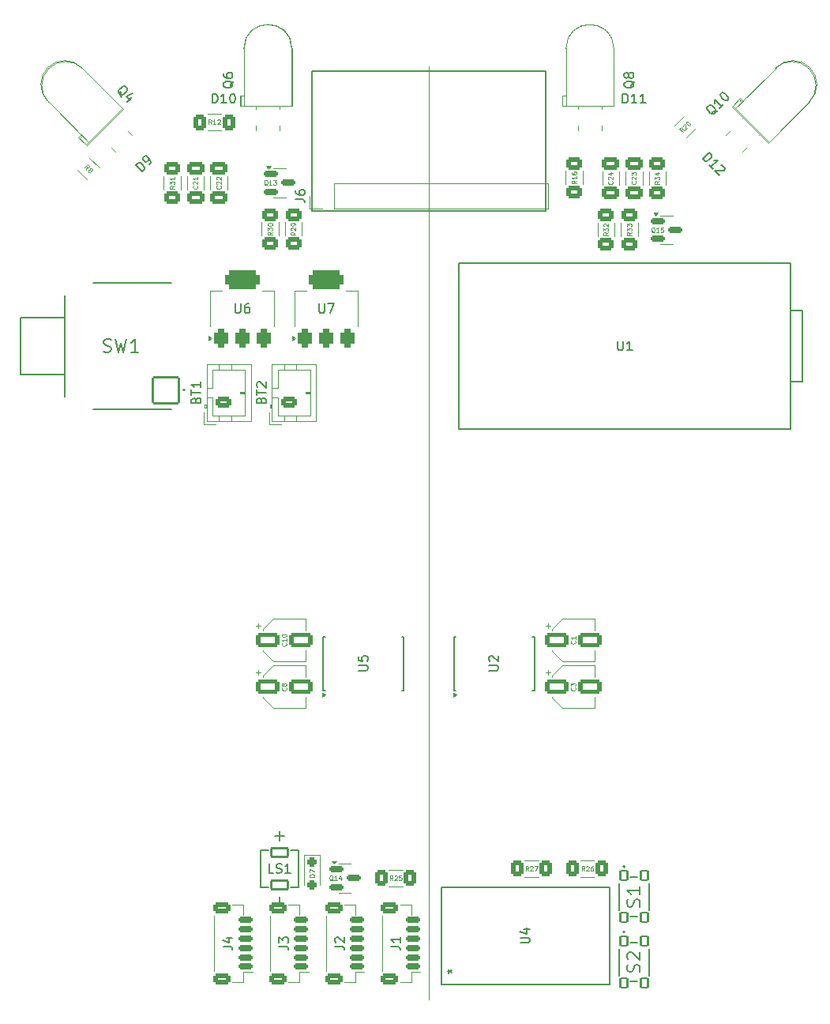
<source format=gto>
G04 #@! TF.GenerationSoftware,KiCad,Pcbnew,9.0.0*
G04 #@! TF.CreationDate,2025-03-26T13:11:35-04:00*
G04 #@! TF.ProjectId,Gmouse,476d6f75-7365-42e6-9b69-6361645f7063,rev?*
G04 #@! TF.SameCoordinates,Original*
G04 #@! TF.FileFunction,Legend,Top*
G04 #@! TF.FilePolarity,Positive*
%FSLAX46Y46*%
G04 Gerber Fmt 4.6, Leading zero omitted, Abs format (unit mm)*
G04 Created by KiCad (PCBNEW 9.0.0) date 2025-03-26 13:11:35*
%MOMM*%
%LPD*%
G01*
G04 APERTURE LIST*
G04 Aperture macros list*
%AMRoundRect*
0 Rectangle with rounded corners*
0 $1 Rounding radius*
0 $2 $3 $4 $5 $6 $7 $8 $9 X,Y pos of 4 corners*
0 Add a 4 corners polygon primitive as box body*
4,1,4,$2,$3,$4,$5,$6,$7,$8,$9,$2,$3,0*
0 Add four circle primitives for the rounded corners*
1,1,$1+$1,$2,$3*
1,1,$1+$1,$4,$5*
1,1,$1+$1,$6,$7*
1,1,$1+$1,$8,$9*
0 Add four rect primitives between the rounded corners*
20,1,$1+$1,$2,$3,$4,$5,0*
20,1,$1+$1,$4,$5,$6,$7,0*
20,1,$1+$1,$6,$7,$8,$9,0*
20,1,$1+$1,$8,$9,$2,$3,0*%
%AMRotRect*
0 Rectangle, with rotation*
0 The origin of the aperture is its center*
0 $1 length*
0 $2 width*
0 $3 Rotation angle, in degrees counterclockwise*
0 Add horizontal line*
21,1,$1,$2,0,0,$3*%
G04 Aperture macros list end*
%ADD10C,0.050000*%
%ADD11C,0.200000*%
%ADD12C,0.125000*%
%ADD13C,0.150000*%
%ADD14C,0.120000*%
%ADD15C,0.152400*%
%ADD16C,0.127000*%
%ADD17RoundRect,0.150000X-0.587500X-0.150000X0.587500X-0.150000X0.587500X0.150000X-0.587500X0.150000X0*%
%ADD18RoundRect,0.250000X0.625000X-0.400000X0.625000X0.400000X-0.625000X0.400000X-0.625000X-0.400000X0*%
%ADD19RoundRect,0.250000X0.625000X-0.350000X0.625000X0.350000X-0.625000X0.350000X-0.625000X-0.350000X0*%
%ADD20O,1.750000X1.200000*%
%ADD21RoundRect,0.250000X-0.400000X-0.625000X0.400000X-0.625000X0.400000X0.625000X-0.400000X0.625000X0*%
%ADD22RoundRect,0.250000X-0.625000X0.400000X-0.625000X-0.400000X0.625000X-0.400000X0.625000X0.400000X0*%
%ADD23RoundRect,0.250000X-1.050000X-0.550000X1.050000X-0.550000X1.050000X0.550000X-1.050000X0.550000X0*%
%ADD24R,1.800000X1.800000*%
%ADD25C,1.800000*%
%ADD26RoundRect,0.250000X-0.650000X0.412500X-0.650000X-0.412500X0.650000X-0.412500X0.650000X0.412500X0*%
%ADD27RoundRect,0.250000X-0.159099X0.724784X-0.724784X0.159099X0.159099X-0.724784X0.724784X-0.159099X0*%
%ADD28RoundRect,0.250000X-0.724784X-0.159099X-0.159099X-0.724784X0.724784X0.159099X0.159099X0.724784X0*%
%ADD29RotRect,1.800000X1.800000X225.000000*%
%ADD30RoundRect,0.150000X0.625000X-0.150000X0.625000X0.150000X-0.625000X0.150000X-0.625000X-0.150000X0*%
%ADD31RoundRect,0.250000X0.650000X-0.350000X0.650000X0.350000X-0.650000X0.350000X-0.650000X-0.350000X0*%
%ADD32RoundRect,0.250000X0.400000X0.625000X-0.400000X0.625000X-0.400000X-0.625000X0.400000X-0.625000X0*%
%ADD33RoundRect,0.250000X0.650000X-0.412500X0.650000X0.412500X-0.650000X0.412500X-0.650000X-0.412500X0*%
%ADD34R,1.397000X1.397000*%
%ADD35C,1.397000*%
%ADD36C,1.404000*%
%ADD37C,1.304000*%
%ADD38C,0.804000*%
%ADD39R,0.450000X1.750000*%
%ADD40RoundRect,0.102000X-0.375000X0.500000X-0.375000X-0.500000X0.375000X-0.500000X0.375000X0.500000X0*%
%ADD41R,1.700000X1.700000*%
%ADD42O,1.700000X1.700000*%
%ADD43RoundRect,0.102000X1.387500X-1.387500X1.387500X1.387500X-1.387500X1.387500X-1.387500X-1.387500X0*%
%ADD44C,2.979000*%
%ADD45RotRect,1.800000X1.800000X135.000000*%
%ADD46RoundRect,0.102000X-0.900000X0.450000X-0.900000X-0.450000X0.900000X-0.450000X0.900000X0.450000X0*%
%ADD47RoundRect,0.375000X0.375000X-0.625000X0.375000X0.625000X-0.375000X0.625000X-0.375000X-0.625000X0*%
%ADD48RoundRect,0.500000X1.400000X-0.500000X1.400000X0.500000X-1.400000X0.500000X-1.400000X-0.500000X0*%
%ADD49RoundRect,0.250000X-0.250000X0.250000X-0.250000X-0.250000X0.250000X-0.250000X0.250000X0.250000X0*%
G04 APERTURE END LIST*
D10*
X94000000Y-140000000D02*
X94000000Y-40000000D01*
D11*
X81500000Y-40500000D02*
X106500000Y-40500000D01*
X106500000Y-55500000D01*
X81500000Y-55500000D01*
X81500000Y-40500000D01*
D12*
X83714285Y-127272428D02*
X83666666Y-127248619D01*
X83666666Y-127248619D02*
X83619047Y-127201000D01*
X83619047Y-127201000D02*
X83547619Y-127129571D01*
X83547619Y-127129571D02*
X83500000Y-127105761D01*
X83500000Y-127105761D02*
X83452381Y-127105761D01*
X83476190Y-127224809D02*
X83428571Y-127201000D01*
X83428571Y-127201000D02*
X83380952Y-127153380D01*
X83380952Y-127153380D02*
X83357143Y-127058142D01*
X83357143Y-127058142D02*
X83357143Y-126891476D01*
X83357143Y-126891476D02*
X83380952Y-126796238D01*
X83380952Y-126796238D02*
X83428571Y-126748619D01*
X83428571Y-126748619D02*
X83476190Y-126724809D01*
X83476190Y-126724809D02*
X83571428Y-126724809D01*
X83571428Y-126724809D02*
X83619047Y-126748619D01*
X83619047Y-126748619D02*
X83666666Y-126796238D01*
X83666666Y-126796238D02*
X83690476Y-126891476D01*
X83690476Y-126891476D02*
X83690476Y-127058142D01*
X83690476Y-127058142D02*
X83666666Y-127153380D01*
X83666666Y-127153380D02*
X83619047Y-127201000D01*
X83619047Y-127201000D02*
X83571428Y-127224809D01*
X83571428Y-127224809D02*
X83476190Y-127224809D01*
X84166667Y-127224809D02*
X83880953Y-127224809D01*
X84023810Y-127224809D02*
X84023810Y-126724809D01*
X84023810Y-126724809D02*
X83976191Y-126796238D01*
X83976191Y-126796238D02*
X83928572Y-126843857D01*
X83928572Y-126843857D02*
X83880953Y-126867666D01*
X84595238Y-126891476D02*
X84595238Y-127224809D01*
X84476190Y-126701000D02*
X84357143Y-127058142D01*
X84357143Y-127058142D02*
X84666666Y-127058142D01*
X118724809Y-52321428D02*
X118486714Y-52488094D01*
X118724809Y-52607142D02*
X118224809Y-52607142D01*
X118224809Y-52607142D02*
X118224809Y-52416666D01*
X118224809Y-52416666D02*
X118248619Y-52369047D01*
X118248619Y-52369047D02*
X118272428Y-52345237D01*
X118272428Y-52345237D02*
X118320047Y-52321428D01*
X118320047Y-52321428D02*
X118391476Y-52321428D01*
X118391476Y-52321428D02*
X118439095Y-52345237D01*
X118439095Y-52345237D02*
X118462904Y-52369047D01*
X118462904Y-52369047D02*
X118486714Y-52416666D01*
X118486714Y-52416666D02*
X118486714Y-52607142D01*
X118224809Y-52154761D02*
X118224809Y-51845237D01*
X118224809Y-51845237D02*
X118415285Y-52011904D01*
X118415285Y-52011904D02*
X118415285Y-51940475D01*
X118415285Y-51940475D02*
X118439095Y-51892856D01*
X118439095Y-51892856D02*
X118462904Y-51869047D01*
X118462904Y-51869047D02*
X118510523Y-51845237D01*
X118510523Y-51845237D02*
X118629571Y-51845237D01*
X118629571Y-51845237D02*
X118677190Y-51869047D01*
X118677190Y-51869047D02*
X118701000Y-51892856D01*
X118701000Y-51892856D02*
X118724809Y-51940475D01*
X118724809Y-51940475D02*
X118724809Y-52083332D01*
X118724809Y-52083332D02*
X118701000Y-52130951D01*
X118701000Y-52130951D02*
X118677190Y-52154761D01*
X118391476Y-51416666D02*
X118724809Y-51416666D01*
X118201000Y-51535714D02*
X118558142Y-51654761D01*
X118558142Y-51654761D02*
X118558142Y-51345238D01*
D13*
X76031009Y-75785714D02*
X76078628Y-75642857D01*
X76078628Y-75642857D02*
X76126247Y-75595238D01*
X76126247Y-75595238D02*
X76221485Y-75547619D01*
X76221485Y-75547619D02*
X76364342Y-75547619D01*
X76364342Y-75547619D02*
X76459580Y-75595238D01*
X76459580Y-75595238D02*
X76507200Y-75642857D01*
X76507200Y-75642857D02*
X76554819Y-75738095D01*
X76554819Y-75738095D02*
X76554819Y-76119047D01*
X76554819Y-76119047D02*
X75554819Y-76119047D01*
X75554819Y-76119047D02*
X75554819Y-75785714D01*
X75554819Y-75785714D02*
X75602438Y-75690476D01*
X75602438Y-75690476D02*
X75650057Y-75642857D01*
X75650057Y-75642857D02*
X75745295Y-75595238D01*
X75745295Y-75595238D02*
X75840533Y-75595238D01*
X75840533Y-75595238D02*
X75935771Y-75642857D01*
X75935771Y-75642857D02*
X75983390Y-75690476D01*
X75983390Y-75690476D02*
X76031009Y-75785714D01*
X76031009Y-75785714D02*
X76031009Y-76119047D01*
X75554819Y-75261904D02*
X75554819Y-74690476D01*
X76554819Y-74976190D02*
X75554819Y-74976190D01*
X75650057Y-74404761D02*
X75602438Y-74357142D01*
X75602438Y-74357142D02*
X75554819Y-74261904D01*
X75554819Y-74261904D02*
X75554819Y-74023809D01*
X75554819Y-74023809D02*
X75602438Y-73928571D01*
X75602438Y-73928571D02*
X75650057Y-73880952D01*
X75650057Y-73880952D02*
X75745295Y-73833333D01*
X75745295Y-73833333D02*
X75840533Y-73833333D01*
X75840533Y-73833333D02*
X75983390Y-73880952D01*
X75983390Y-73880952D02*
X76554819Y-74452380D01*
X76554819Y-74452380D02*
X76554819Y-73833333D01*
D12*
X104678571Y-126224809D02*
X104511905Y-125986714D01*
X104392857Y-126224809D02*
X104392857Y-125724809D01*
X104392857Y-125724809D02*
X104583333Y-125724809D01*
X104583333Y-125724809D02*
X104630952Y-125748619D01*
X104630952Y-125748619D02*
X104654762Y-125772428D01*
X104654762Y-125772428D02*
X104678571Y-125820047D01*
X104678571Y-125820047D02*
X104678571Y-125891476D01*
X104678571Y-125891476D02*
X104654762Y-125939095D01*
X104654762Y-125939095D02*
X104630952Y-125962904D01*
X104630952Y-125962904D02*
X104583333Y-125986714D01*
X104583333Y-125986714D02*
X104392857Y-125986714D01*
X104869048Y-125772428D02*
X104892857Y-125748619D01*
X104892857Y-125748619D02*
X104940476Y-125724809D01*
X104940476Y-125724809D02*
X105059524Y-125724809D01*
X105059524Y-125724809D02*
X105107143Y-125748619D01*
X105107143Y-125748619D02*
X105130952Y-125772428D01*
X105130952Y-125772428D02*
X105154762Y-125820047D01*
X105154762Y-125820047D02*
X105154762Y-125867666D01*
X105154762Y-125867666D02*
X105130952Y-125939095D01*
X105130952Y-125939095D02*
X104845238Y-126224809D01*
X104845238Y-126224809D02*
X105154762Y-126224809D01*
X105321428Y-125724809D02*
X105654761Y-125724809D01*
X105654761Y-125724809D02*
X105440476Y-126224809D01*
X115724809Y-57821428D02*
X115486714Y-57988094D01*
X115724809Y-58107142D02*
X115224809Y-58107142D01*
X115224809Y-58107142D02*
X115224809Y-57916666D01*
X115224809Y-57916666D02*
X115248619Y-57869047D01*
X115248619Y-57869047D02*
X115272428Y-57845237D01*
X115272428Y-57845237D02*
X115320047Y-57821428D01*
X115320047Y-57821428D02*
X115391476Y-57821428D01*
X115391476Y-57821428D02*
X115439095Y-57845237D01*
X115439095Y-57845237D02*
X115462904Y-57869047D01*
X115462904Y-57869047D02*
X115486714Y-57916666D01*
X115486714Y-57916666D02*
X115486714Y-58107142D01*
X115224809Y-57654761D02*
X115224809Y-57345237D01*
X115224809Y-57345237D02*
X115415285Y-57511904D01*
X115415285Y-57511904D02*
X115415285Y-57440475D01*
X115415285Y-57440475D02*
X115439095Y-57392856D01*
X115439095Y-57392856D02*
X115462904Y-57369047D01*
X115462904Y-57369047D02*
X115510523Y-57345237D01*
X115510523Y-57345237D02*
X115629571Y-57345237D01*
X115629571Y-57345237D02*
X115677190Y-57369047D01*
X115677190Y-57369047D02*
X115701000Y-57392856D01*
X115701000Y-57392856D02*
X115724809Y-57440475D01*
X115724809Y-57440475D02*
X115724809Y-57583332D01*
X115724809Y-57583332D02*
X115701000Y-57630951D01*
X115701000Y-57630951D02*
X115677190Y-57654761D01*
X115224809Y-57178571D02*
X115224809Y-56869047D01*
X115224809Y-56869047D02*
X115415285Y-57035714D01*
X115415285Y-57035714D02*
X115415285Y-56964285D01*
X115415285Y-56964285D02*
X115439095Y-56916666D01*
X115439095Y-56916666D02*
X115462904Y-56892857D01*
X115462904Y-56892857D02*
X115510523Y-56869047D01*
X115510523Y-56869047D02*
X115629571Y-56869047D01*
X115629571Y-56869047D02*
X115677190Y-56892857D01*
X115677190Y-56892857D02*
X115701000Y-56916666D01*
X115701000Y-56916666D02*
X115724809Y-56964285D01*
X115724809Y-56964285D02*
X115724809Y-57107142D01*
X115724809Y-57107142D02*
X115701000Y-57154761D01*
X115701000Y-57154761D02*
X115677190Y-57178571D01*
X78677190Y-106583333D02*
X78701000Y-106607142D01*
X78701000Y-106607142D02*
X78724809Y-106678571D01*
X78724809Y-106678571D02*
X78724809Y-106726190D01*
X78724809Y-106726190D02*
X78701000Y-106797618D01*
X78701000Y-106797618D02*
X78653380Y-106845237D01*
X78653380Y-106845237D02*
X78605761Y-106869047D01*
X78605761Y-106869047D02*
X78510523Y-106892856D01*
X78510523Y-106892856D02*
X78439095Y-106892856D01*
X78439095Y-106892856D02*
X78343857Y-106869047D01*
X78343857Y-106869047D02*
X78296238Y-106845237D01*
X78296238Y-106845237D02*
X78248619Y-106797618D01*
X78248619Y-106797618D02*
X78224809Y-106726190D01*
X78224809Y-106726190D02*
X78224809Y-106678571D01*
X78224809Y-106678571D02*
X78248619Y-106607142D01*
X78248619Y-106607142D02*
X78272428Y-106583333D01*
X78439095Y-106297618D02*
X78415285Y-106345237D01*
X78415285Y-106345237D02*
X78391476Y-106369047D01*
X78391476Y-106369047D02*
X78343857Y-106392856D01*
X78343857Y-106392856D02*
X78320047Y-106392856D01*
X78320047Y-106392856D02*
X78272428Y-106369047D01*
X78272428Y-106369047D02*
X78248619Y-106345237D01*
X78248619Y-106345237D02*
X78224809Y-106297618D01*
X78224809Y-106297618D02*
X78224809Y-106202380D01*
X78224809Y-106202380D02*
X78248619Y-106154761D01*
X78248619Y-106154761D02*
X78272428Y-106130952D01*
X78272428Y-106130952D02*
X78320047Y-106107142D01*
X78320047Y-106107142D02*
X78343857Y-106107142D01*
X78343857Y-106107142D02*
X78391476Y-106130952D01*
X78391476Y-106130952D02*
X78415285Y-106154761D01*
X78415285Y-106154761D02*
X78439095Y-106202380D01*
X78439095Y-106202380D02*
X78439095Y-106297618D01*
X78439095Y-106297618D02*
X78462904Y-106345237D01*
X78462904Y-106345237D02*
X78486714Y-106369047D01*
X78486714Y-106369047D02*
X78534333Y-106392856D01*
X78534333Y-106392856D02*
X78629571Y-106392856D01*
X78629571Y-106392856D02*
X78677190Y-106369047D01*
X78677190Y-106369047D02*
X78701000Y-106345237D01*
X78701000Y-106345237D02*
X78724809Y-106297618D01*
X78724809Y-106297618D02*
X78724809Y-106202380D01*
X78724809Y-106202380D02*
X78701000Y-106154761D01*
X78701000Y-106154761D02*
X78677190Y-106130952D01*
X78677190Y-106130952D02*
X78629571Y-106107142D01*
X78629571Y-106107142D02*
X78534333Y-106107142D01*
X78534333Y-106107142D02*
X78486714Y-106130952D01*
X78486714Y-106130952D02*
X78462904Y-106154761D01*
X78462904Y-106154761D02*
X78439095Y-106202380D01*
X78677190Y-101821428D02*
X78701000Y-101845237D01*
X78701000Y-101845237D02*
X78724809Y-101916666D01*
X78724809Y-101916666D02*
X78724809Y-101964285D01*
X78724809Y-101964285D02*
X78701000Y-102035713D01*
X78701000Y-102035713D02*
X78653380Y-102083332D01*
X78653380Y-102083332D02*
X78605761Y-102107142D01*
X78605761Y-102107142D02*
X78510523Y-102130951D01*
X78510523Y-102130951D02*
X78439095Y-102130951D01*
X78439095Y-102130951D02*
X78343857Y-102107142D01*
X78343857Y-102107142D02*
X78296238Y-102083332D01*
X78296238Y-102083332D02*
X78248619Y-102035713D01*
X78248619Y-102035713D02*
X78224809Y-101964285D01*
X78224809Y-101964285D02*
X78224809Y-101916666D01*
X78224809Y-101916666D02*
X78248619Y-101845237D01*
X78248619Y-101845237D02*
X78272428Y-101821428D01*
X78724809Y-101345237D02*
X78724809Y-101630951D01*
X78724809Y-101488094D02*
X78224809Y-101488094D01*
X78224809Y-101488094D02*
X78296238Y-101535713D01*
X78296238Y-101535713D02*
X78343857Y-101583332D01*
X78343857Y-101583332D02*
X78367666Y-101630951D01*
X78224809Y-101035714D02*
X78224809Y-100988095D01*
X78224809Y-100988095D02*
X78248619Y-100940476D01*
X78248619Y-100940476D02*
X78272428Y-100916666D01*
X78272428Y-100916666D02*
X78320047Y-100892857D01*
X78320047Y-100892857D02*
X78415285Y-100869047D01*
X78415285Y-100869047D02*
X78534333Y-100869047D01*
X78534333Y-100869047D02*
X78629571Y-100892857D01*
X78629571Y-100892857D02*
X78677190Y-100916666D01*
X78677190Y-100916666D02*
X78701000Y-100940476D01*
X78701000Y-100940476D02*
X78724809Y-100988095D01*
X78724809Y-100988095D02*
X78724809Y-101035714D01*
X78724809Y-101035714D02*
X78701000Y-101083333D01*
X78701000Y-101083333D02*
X78677190Y-101107142D01*
X78677190Y-101107142D02*
X78629571Y-101130952D01*
X78629571Y-101130952D02*
X78534333Y-101154761D01*
X78534333Y-101154761D02*
X78415285Y-101154761D01*
X78415285Y-101154761D02*
X78320047Y-101130952D01*
X78320047Y-101130952D02*
X78272428Y-101107142D01*
X78272428Y-101107142D02*
X78248619Y-101083333D01*
X78248619Y-101083333D02*
X78224809Y-101035714D01*
X109677190Y-106583333D02*
X109701000Y-106607142D01*
X109701000Y-106607142D02*
X109724809Y-106678571D01*
X109724809Y-106678571D02*
X109724809Y-106726190D01*
X109724809Y-106726190D02*
X109701000Y-106797618D01*
X109701000Y-106797618D02*
X109653380Y-106845237D01*
X109653380Y-106845237D02*
X109605761Y-106869047D01*
X109605761Y-106869047D02*
X109510523Y-106892856D01*
X109510523Y-106892856D02*
X109439095Y-106892856D01*
X109439095Y-106892856D02*
X109343857Y-106869047D01*
X109343857Y-106869047D02*
X109296238Y-106845237D01*
X109296238Y-106845237D02*
X109248619Y-106797618D01*
X109248619Y-106797618D02*
X109224809Y-106726190D01*
X109224809Y-106726190D02*
X109224809Y-106678571D01*
X109224809Y-106678571D02*
X109248619Y-106607142D01*
X109248619Y-106607142D02*
X109272428Y-106583333D01*
X109224809Y-106416666D02*
X109224809Y-106107142D01*
X109224809Y-106107142D02*
X109415285Y-106273809D01*
X109415285Y-106273809D02*
X109415285Y-106202380D01*
X109415285Y-106202380D02*
X109439095Y-106154761D01*
X109439095Y-106154761D02*
X109462904Y-106130952D01*
X109462904Y-106130952D02*
X109510523Y-106107142D01*
X109510523Y-106107142D02*
X109629571Y-106107142D01*
X109629571Y-106107142D02*
X109677190Y-106130952D01*
X109677190Y-106130952D02*
X109701000Y-106154761D01*
X109701000Y-106154761D02*
X109724809Y-106202380D01*
X109724809Y-106202380D02*
X109724809Y-106345237D01*
X109724809Y-106345237D02*
X109701000Y-106392856D01*
X109701000Y-106392856D02*
X109677190Y-106416666D01*
D13*
X73050057Y-41595238D02*
X73002438Y-41690476D01*
X73002438Y-41690476D02*
X72907200Y-41785714D01*
X72907200Y-41785714D02*
X72764342Y-41928571D01*
X72764342Y-41928571D02*
X72716723Y-42023809D01*
X72716723Y-42023809D02*
X72716723Y-42119047D01*
X72954819Y-42071428D02*
X72907200Y-42166666D01*
X72907200Y-42166666D02*
X72811961Y-42261904D01*
X72811961Y-42261904D02*
X72621485Y-42309523D01*
X72621485Y-42309523D02*
X72288152Y-42309523D01*
X72288152Y-42309523D02*
X72097676Y-42261904D01*
X72097676Y-42261904D02*
X72002438Y-42166666D01*
X72002438Y-42166666D02*
X71954819Y-42071428D01*
X71954819Y-42071428D02*
X71954819Y-41880952D01*
X71954819Y-41880952D02*
X72002438Y-41785714D01*
X72002438Y-41785714D02*
X72097676Y-41690476D01*
X72097676Y-41690476D02*
X72288152Y-41642857D01*
X72288152Y-41642857D02*
X72621485Y-41642857D01*
X72621485Y-41642857D02*
X72811961Y-41690476D01*
X72811961Y-41690476D02*
X72907200Y-41785714D01*
X72907200Y-41785714D02*
X72954819Y-41880952D01*
X72954819Y-41880952D02*
X72954819Y-42071428D01*
X71954819Y-40785714D02*
X71954819Y-40976190D01*
X71954819Y-40976190D02*
X72002438Y-41071428D01*
X72002438Y-41071428D02*
X72050057Y-41119047D01*
X72050057Y-41119047D02*
X72192914Y-41214285D01*
X72192914Y-41214285D02*
X72383390Y-41261904D01*
X72383390Y-41261904D02*
X72764342Y-41261904D01*
X72764342Y-41261904D02*
X72859580Y-41214285D01*
X72859580Y-41214285D02*
X72907200Y-41166666D01*
X72907200Y-41166666D02*
X72954819Y-41071428D01*
X72954819Y-41071428D02*
X72954819Y-40880952D01*
X72954819Y-40880952D02*
X72907200Y-40785714D01*
X72907200Y-40785714D02*
X72859580Y-40738095D01*
X72859580Y-40738095D02*
X72764342Y-40690476D01*
X72764342Y-40690476D02*
X72526247Y-40690476D01*
X72526247Y-40690476D02*
X72431009Y-40738095D01*
X72431009Y-40738095D02*
X72383390Y-40785714D01*
X72383390Y-40785714D02*
X72335771Y-40880952D01*
X72335771Y-40880952D02*
X72335771Y-41071428D01*
X72335771Y-41071428D02*
X72383390Y-41166666D01*
X72383390Y-41166666D02*
X72431009Y-41214285D01*
X72431009Y-41214285D02*
X72526247Y-41261904D01*
D12*
X69177190Y-52821428D02*
X69201000Y-52845237D01*
X69201000Y-52845237D02*
X69224809Y-52916666D01*
X69224809Y-52916666D02*
X69224809Y-52964285D01*
X69224809Y-52964285D02*
X69201000Y-53035713D01*
X69201000Y-53035713D02*
X69153380Y-53083332D01*
X69153380Y-53083332D02*
X69105761Y-53107142D01*
X69105761Y-53107142D02*
X69010523Y-53130951D01*
X69010523Y-53130951D02*
X68939095Y-53130951D01*
X68939095Y-53130951D02*
X68843857Y-53107142D01*
X68843857Y-53107142D02*
X68796238Y-53083332D01*
X68796238Y-53083332D02*
X68748619Y-53035713D01*
X68748619Y-53035713D02*
X68724809Y-52964285D01*
X68724809Y-52964285D02*
X68724809Y-52916666D01*
X68724809Y-52916666D02*
X68748619Y-52845237D01*
X68748619Y-52845237D02*
X68772428Y-52821428D01*
X68772428Y-52630951D02*
X68748619Y-52607142D01*
X68748619Y-52607142D02*
X68724809Y-52559523D01*
X68724809Y-52559523D02*
X68724809Y-52440475D01*
X68724809Y-52440475D02*
X68748619Y-52392856D01*
X68748619Y-52392856D02*
X68772428Y-52369047D01*
X68772428Y-52369047D02*
X68820047Y-52345237D01*
X68820047Y-52345237D02*
X68867666Y-52345237D01*
X68867666Y-52345237D02*
X68939095Y-52369047D01*
X68939095Y-52369047D02*
X69224809Y-52654761D01*
X69224809Y-52654761D02*
X69224809Y-52345237D01*
X69224809Y-51869047D02*
X69224809Y-52154761D01*
X69224809Y-52011904D02*
X68724809Y-52011904D01*
X68724809Y-52011904D02*
X68796238Y-52059523D01*
X68796238Y-52059523D02*
X68843857Y-52107142D01*
X68843857Y-52107142D02*
X68867666Y-52154761D01*
D13*
X116050057Y-41595238D02*
X116002438Y-41690476D01*
X116002438Y-41690476D02*
X115907200Y-41785714D01*
X115907200Y-41785714D02*
X115764342Y-41928571D01*
X115764342Y-41928571D02*
X115716723Y-42023809D01*
X115716723Y-42023809D02*
X115716723Y-42119047D01*
X115954819Y-42071428D02*
X115907200Y-42166666D01*
X115907200Y-42166666D02*
X115811961Y-42261904D01*
X115811961Y-42261904D02*
X115621485Y-42309523D01*
X115621485Y-42309523D02*
X115288152Y-42309523D01*
X115288152Y-42309523D02*
X115097676Y-42261904D01*
X115097676Y-42261904D02*
X115002438Y-42166666D01*
X115002438Y-42166666D02*
X114954819Y-42071428D01*
X114954819Y-42071428D02*
X114954819Y-41880952D01*
X114954819Y-41880952D02*
X115002438Y-41785714D01*
X115002438Y-41785714D02*
X115097676Y-41690476D01*
X115097676Y-41690476D02*
X115288152Y-41642857D01*
X115288152Y-41642857D02*
X115621485Y-41642857D01*
X115621485Y-41642857D02*
X115811961Y-41690476D01*
X115811961Y-41690476D02*
X115907200Y-41785714D01*
X115907200Y-41785714D02*
X115954819Y-41880952D01*
X115954819Y-41880952D02*
X115954819Y-42071428D01*
X115383390Y-41071428D02*
X115335771Y-41166666D01*
X115335771Y-41166666D02*
X115288152Y-41214285D01*
X115288152Y-41214285D02*
X115192914Y-41261904D01*
X115192914Y-41261904D02*
X115145295Y-41261904D01*
X115145295Y-41261904D02*
X115050057Y-41214285D01*
X115050057Y-41214285D02*
X115002438Y-41166666D01*
X115002438Y-41166666D02*
X114954819Y-41071428D01*
X114954819Y-41071428D02*
X114954819Y-40880952D01*
X114954819Y-40880952D02*
X115002438Y-40785714D01*
X115002438Y-40785714D02*
X115050057Y-40738095D01*
X115050057Y-40738095D02*
X115145295Y-40690476D01*
X115145295Y-40690476D02*
X115192914Y-40690476D01*
X115192914Y-40690476D02*
X115288152Y-40738095D01*
X115288152Y-40738095D02*
X115335771Y-40785714D01*
X115335771Y-40785714D02*
X115383390Y-40880952D01*
X115383390Y-40880952D02*
X115383390Y-41071428D01*
X115383390Y-41071428D02*
X115431009Y-41166666D01*
X115431009Y-41166666D02*
X115478628Y-41214285D01*
X115478628Y-41214285D02*
X115573866Y-41261904D01*
X115573866Y-41261904D02*
X115764342Y-41261904D01*
X115764342Y-41261904D02*
X115859580Y-41214285D01*
X115859580Y-41214285D02*
X115907200Y-41166666D01*
X115907200Y-41166666D02*
X115954819Y-41071428D01*
X115954819Y-41071428D02*
X115954819Y-40880952D01*
X115954819Y-40880952D02*
X115907200Y-40785714D01*
X115907200Y-40785714D02*
X115859580Y-40738095D01*
X115859580Y-40738095D02*
X115764342Y-40690476D01*
X115764342Y-40690476D02*
X115573866Y-40690476D01*
X115573866Y-40690476D02*
X115478628Y-40738095D01*
X115478628Y-40738095D02*
X115431009Y-40785714D01*
X115431009Y-40785714D02*
X115383390Y-40880952D01*
D12*
X121431680Y-46886248D02*
X121145470Y-46835740D01*
X121229649Y-47088278D02*
X120876096Y-46734725D01*
X120876096Y-46734725D02*
X121010783Y-46600038D01*
X121010783Y-46600038D02*
X121061291Y-46583202D01*
X121061291Y-46583202D02*
X121094962Y-46583202D01*
X121094962Y-46583202D02*
X121145470Y-46600038D01*
X121145470Y-46600038D02*
X121195978Y-46650546D01*
X121195978Y-46650546D02*
X121212813Y-46701053D01*
X121212813Y-46701053D02*
X121212813Y-46734725D01*
X121212813Y-46734725D02*
X121195978Y-46785233D01*
X121195978Y-46785233D02*
X121061291Y-46919920D01*
X121246485Y-46431679D02*
X121246485Y-46398007D01*
X121246485Y-46398007D02*
X121263321Y-46347500D01*
X121263321Y-46347500D02*
X121347500Y-46263320D01*
X121347500Y-46263320D02*
X121398008Y-46246485D01*
X121398008Y-46246485D02*
X121431680Y-46246485D01*
X121431680Y-46246485D02*
X121482187Y-46263320D01*
X121482187Y-46263320D02*
X121515859Y-46296992D01*
X121515859Y-46296992D02*
X121549531Y-46364336D01*
X121549531Y-46364336D02*
X121549531Y-46768397D01*
X121549531Y-46768397D02*
X121768397Y-46549530D01*
X121633710Y-45977111D02*
X121667382Y-45943439D01*
X121667382Y-45943439D02*
X121717889Y-45926603D01*
X121717889Y-45926603D02*
X121751561Y-45926603D01*
X121751561Y-45926603D02*
X121802069Y-45943439D01*
X121802069Y-45943439D02*
X121886248Y-45993947D01*
X121886248Y-45993947D02*
X121970428Y-46078126D01*
X121970428Y-46078126D02*
X122020935Y-46162306D01*
X122020935Y-46162306D02*
X122037771Y-46212813D01*
X122037771Y-46212813D02*
X122037771Y-46246485D01*
X122037771Y-46246485D02*
X122020935Y-46296993D01*
X122020935Y-46296993D02*
X121987263Y-46330664D01*
X121987263Y-46330664D02*
X121936756Y-46347500D01*
X121936756Y-46347500D02*
X121903084Y-46347500D01*
X121903084Y-46347500D02*
X121852576Y-46330664D01*
X121852576Y-46330664D02*
X121768397Y-46280157D01*
X121768397Y-46280157D02*
X121684218Y-46195977D01*
X121684218Y-46195977D02*
X121633710Y-46111798D01*
X121633710Y-46111798D02*
X121616874Y-46061290D01*
X121616874Y-46061290D02*
X121616874Y-46027618D01*
X121616874Y-46027618D02*
X121633710Y-45977111D01*
X57282110Y-51100038D02*
X57332617Y-50813829D01*
X57080079Y-50898008D02*
X57433633Y-50544455D01*
X57433633Y-50544455D02*
X57568320Y-50679142D01*
X57568320Y-50679142D02*
X57585156Y-50729649D01*
X57585156Y-50729649D02*
X57585156Y-50763321D01*
X57585156Y-50763321D02*
X57568320Y-50813829D01*
X57568320Y-50813829D02*
X57517812Y-50864336D01*
X57517812Y-50864336D02*
X57467304Y-50881172D01*
X57467304Y-50881172D02*
X57433633Y-50881172D01*
X57433633Y-50881172D02*
X57383125Y-50864336D01*
X57383125Y-50864336D02*
X57248438Y-50729649D01*
X57686171Y-51100038D02*
X57669335Y-51049531D01*
X57669335Y-51049531D02*
X57669335Y-51015859D01*
X57669335Y-51015859D02*
X57686171Y-50965351D01*
X57686171Y-50965351D02*
X57703007Y-50948516D01*
X57703007Y-50948516D02*
X57753514Y-50931680D01*
X57753514Y-50931680D02*
X57787186Y-50931680D01*
X57787186Y-50931680D02*
X57837694Y-50948516D01*
X57837694Y-50948516D02*
X57905037Y-51015859D01*
X57905037Y-51015859D02*
X57921873Y-51066367D01*
X57921873Y-51066367D02*
X57921873Y-51100038D01*
X57921873Y-51100038D02*
X57905037Y-51150546D01*
X57905037Y-51150546D02*
X57888201Y-51167382D01*
X57888201Y-51167382D02*
X57837694Y-51184218D01*
X57837694Y-51184218D02*
X57804022Y-51184218D01*
X57804022Y-51184218D02*
X57753514Y-51167382D01*
X57753514Y-51167382D02*
X57686171Y-51100038D01*
X57686171Y-51100038D02*
X57635663Y-51083203D01*
X57635663Y-51083203D02*
X57601991Y-51083203D01*
X57601991Y-51083203D02*
X57551484Y-51100038D01*
X57551484Y-51100038D02*
X57484140Y-51167382D01*
X57484140Y-51167382D02*
X57467304Y-51217890D01*
X57467304Y-51217890D02*
X57467304Y-51251561D01*
X57467304Y-51251561D02*
X57484140Y-51302069D01*
X57484140Y-51302069D02*
X57551484Y-51369412D01*
X57551484Y-51369412D02*
X57601991Y-51386248D01*
X57601991Y-51386248D02*
X57635663Y-51386248D01*
X57635663Y-51386248D02*
X57686171Y-51369412D01*
X57686171Y-51369412D02*
X57753514Y-51302069D01*
X57753514Y-51302069D02*
X57770350Y-51251561D01*
X57770350Y-51251561D02*
X57770350Y-51217890D01*
X57770350Y-51217890D02*
X57753514Y-51167382D01*
D13*
X61043673Y-43321592D02*
X61010001Y-43220577D01*
X61010001Y-43220577D02*
X61010001Y-43085890D01*
X61010001Y-43085890D02*
X61010001Y-42883859D01*
X61010001Y-42883859D02*
X60976329Y-42782844D01*
X60976329Y-42782844D02*
X60908986Y-42715501D01*
X60774299Y-42917531D02*
X60740627Y-42816516D01*
X60740627Y-42816516D02*
X60740627Y-42681829D01*
X60740627Y-42681829D02*
X60841642Y-42513470D01*
X60841642Y-42513470D02*
X61077345Y-42277768D01*
X61077345Y-42277768D02*
X61245703Y-42176753D01*
X61245703Y-42176753D02*
X61380390Y-42176753D01*
X61380390Y-42176753D02*
X61481406Y-42210424D01*
X61481406Y-42210424D02*
X61616093Y-42345111D01*
X61616093Y-42345111D02*
X61649764Y-42446127D01*
X61649764Y-42446127D02*
X61649764Y-42580814D01*
X61649764Y-42580814D02*
X61548749Y-42749172D01*
X61548749Y-42749172D02*
X61313047Y-42984875D01*
X61313047Y-42984875D02*
X61144688Y-43085890D01*
X61144688Y-43085890D02*
X61010001Y-43085890D01*
X61010001Y-43085890D02*
X60908986Y-43052218D01*
X60908986Y-43052218D02*
X60774299Y-42917531D01*
X62154841Y-43355264D02*
X61683436Y-43826668D01*
X62255856Y-42917531D02*
X61582421Y-43254249D01*
X61582421Y-43254249D02*
X62020154Y-43691981D01*
X114785714Y-43954819D02*
X114785714Y-42954819D01*
X114785714Y-42954819D02*
X115023809Y-42954819D01*
X115023809Y-42954819D02*
X115166666Y-43002438D01*
X115166666Y-43002438D02*
X115261904Y-43097676D01*
X115261904Y-43097676D02*
X115309523Y-43192914D01*
X115309523Y-43192914D02*
X115357142Y-43383390D01*
X115357142Y-43383390D02*
X115357142Y-43526247D01*
X115357142Y-43526247D02*
X115309523Y-43716723D01*
X115309523Y-43716723D02*
X115261904Y-43811961D01*
X115261904Y-43811961D02*
X115166666Y-43907200D01*
X115166666Y-43907200D02*
X115023809Y-43954819D01*
X115023809Y-43954819D02*
X114785714Y-43954819D01*
X116309523Y-43954819D02*
X115738095Y-43954819D01*
X116023809Y-43954819D02*
X116023809Y-42954819D01*
X116023809Y-42954819D02*
X115928571Y-43097676D01*
X115928571Y-43097676D02*
X115833333Y-43192914D01*
X115833333Y-43192914D02*
X115738095Y-43240533D01*
X117261904Y-43954819D02*
X116690476Y-43954819D01*
X116976190Y-43954819D02*
X116976190Y-42954819D01*
X116976190Y-42954819D02*
X116880952Y-43097676D01*
X116880952Y-43097676D02*
X116785714Y-43192914D01*
X116785714Y-43192914D02*
X116690476Y-43240533D01*
X71954819Y-134333333D02*
X72669104Y-134333333D01*
X72669104Y-134333333D02*
X72811961Y-134380952D01*
X72811961Y-134380952D02*
X72907200Y-134476190D01*
X72907200Y-134476190D02*
X72954819Y-134619047D01*
X72954819Y-134619047D02*
X72954819Y-134714285D01*
X72288152Y-133428571D02*
X72954819Y-133428571D01*
X71907200Y-133666666D02*
X72621485Y-133904761D01*
X72621485Y-133904761D02*
X72621485Y-133285714D01*
D12*
X90128571Y-127224809D02*
X89961905Y-126986714D01*
X89842857Y-127224809D02*
X89842857Y-126724809D01*
X89842857Y-126724809D02*
X90033333Y-126724809D01*
X90033333Y-126724809D02*
X90080952Y-126748619D01*
X90080952Y-126748619D02*
X90104762Y-126772428D01*
X90104762Y-126772428D02*
X90128571Y-126820047D01*
X90128571Y-126820047D02*
X90128571Y-126891476D01*
X90128571Y-126891476D02*
X90104762Y-126939095D01*
X90104762Y-126939095D02*
X90080952Y-126962904D01*
X90080952Y-126962904D02*
X90033333Y-126986714D01*
X90033333Y-126986714D02*
X89842857Y-126986714D01*
X90319048Y-126772428D02*
X90342857Y-126748619D01*
X90342857Y-126748619D02*
X90390476Y-126724809D01*
X90390476Y-126724809D02*
X90509524Y-126724809D01*
X90509524Y-126724809D02*
X90557143Y-126748619D01*
X90557143Y-126748619D02*
X90580952Y-126772428D01*
X90580952Y-126772428D02*
X90604762Y-126820047D01*
X90604762Y-126820047D02*
X90604762Y-126867666D01*
X90604762Y-126867666D02*
X90580952Y-126939095D01*
X90580952Y-126939095D02*
X90295238Y-127224809D01*
X90295238Y-127224809D02*
X90604762Y-127224809D01*
X91057142Y-126724809D02*
X90819047Y-126724809D01*
X90819047Y-126724809D02*
X90795238Y-126962904D01*
X90795238Y-126962904D02*
X90819047Y-126939095D01*
X90819047Y-126939095D02*
X90866666Y-126915285D01*
X90866666Y-126915285D02*
X90985714Y-126915285D01*
X90985714Y-126915285D02*
X91033333Y-126939095D01*
X91033333Y-126939095D02*
X91057142Y-126962904D01*
X91057142Y-126962904D02*
X91080952Y-127010523D01*
X91080952Y-127010523D02*
X91080952Y-127129571D01*
X91080952Y-127129571D02*
X91057142Y-127177190D01*
X91057142Y-127177190D02*
X91033333Y-127201000D01*
X91033333Y-127201000D02*
X90985714Y-127224809D01*
X90985714Y-127224809D02*
X90866666Y-127224809D01*
X90866666Y-127224809D02*
X90819047Y-127201000D01*
X90819047Y-127201000D02*
X90795238Y-127177190D01*
X113677190Y-52321428D02*
X113701000Y-52345237D01*
X113701000Y-52345237D02*
X113724809Y-52416666D01*
X113724809Y-52416666D02*
X113724809Y-52464285D01*
X113724809Y-52464285D02*
X113701000Y-52535713D01*
X113701000Y-52535713D02*
X113653380Y-52583332D01*
X113653380Y-52583332D02*
X113605761Y-52607142D01*
X113605761Y-52607142D02*
X113510523Y-52630951D01*
X113510523Y-52630951D02*
X113439095Y-52630951D01*
X113439095Y-52630951D02*
X113343857Y-52607142D01*
X113343857Y-52607142D02*
X113296238Y-52583332D01*
X113296238Y-52583332D02*
X113248619Y-52535713D01*
X113248619Y-52535713D02*
X113224809Y-52464285D01*
X113224809Y-52464285D02*
X113224809Y-52416666D01*
X113224809Y-52416666D02*
X113248619Y-52345237D01*
X113248619Y-52345237D02*
X113272428Y-52321428D01*
X113272428Y-52130951D02*
X113248619Y-52107142D01*
X113248619Y-52107142D02*
X113224809Y-52059523D01*
X113224809Y-52059523D02*
X113224809Y-51940475D01*
X113224809Y-51940475D02*
X113248619Y-51892856D01*
X113248619Y-51892856D02*
X113272428Y-51869047D01*
X113272428Y-51869047D02*
X113320047Y-51845237D01*
X113320047Y-51845237D02*
X113367666Y-51845237D01*
X113367666Y-51845237D02*
X113439095Y-51869047D01*
X113439095Y-51869047D02*
X113724809Y-52154761D01*
X113724809Y-52154761D02*
X113724809Y-51845237D01*
X113391476Y-51416666D02*
X113724809Y-51416666D01*
X113201000Y-51535714D02*
X113558142Y-51654761D01*
X113558142Y-51654761D02*
X113558142Y-51345238D01*
D13*
X103804819Y-133951904D02*
X104614342Y-133951904D01*
X104614342Y-133951904D02*
X104709580Y-133904285D01*
X104709580Y-133904285D02*
X104757200Y-133856666D01*
X104757200Y-133856666D02*
X104804819Y-133761428D01*
X104804819Y-133761428D02*
X104804819Y-133570952D01*
X104804819Y-133570952D02*
X104757200Y-133475714D01*
X104757200Y-133475714D02*
X104709580Y-133428095D01*
X104709580Y-133428095D02*
X104614342Y-133380476D01*
X104614342Y-133380476D02*
X103804819Y-133380476D01*
X104138152Y-132475714D02*
X104804819Y-132475714D01*
X103757200Y-132713809D02*
X104471485Y-132951904D01*
X104471485Y-132951904D02*
X104471485Y-132332857D01*
X95994319Y-136999999D02*
X96232414Y-136999999D01*
X96137176Y-137238094D02*
X96232414Y-136999999D01*
X96232414Y-136999999D02*
X96137176Y-136761904D01*
X96422890Y-137142856D02*
X96232414Y-136999999D01*
X96232414Y-136999999D02*
X96422890Y-136857142D01*
X95994319Y-136999999D02*
X96232414Y-136999999D01*
X96137176Y-137238094D02*
X96232414Y-136999999D01*
X96232414Y-136999999D02*
X96137176Y-136761904D01*
X96422890Y-137142856D02*
X96232414Y-136999999D01*
X96232414Y-136999999D02*
X96422890Y-136857142D01*
X70785714Y-43954819D02*
X70785714Y-42954819D01*
X70785714Y-42954819D02*
X71023809Y-42954819D01*
X71023809Y-42954819D02*
X71166666Y-43002438D01*
X71166666Y-43002438D02*
X71261904Y-43097676D01*
X71261904Y-43097676D02*
X71309523Y-43192914D01*
X71309523Y-43192914D02*
X71357142Y-43383390D01*
X71357142Y-43383390D02*
X71357142Y-43526247D01*
X71357142Y-43526247D02*
X71309523Y-43716723D01*
X71309523Y-43716723D02*
X71261904Y-43811961D01*
X71261904Y-43811961D02*
X71166666Y-43907200D01*
X71166666Y-43907200D02*
X71023809Y-43954819D01*
X71023809Y-43954819D02*
X70785714Y-43954819D01*
X72309523Y-43954819D02*
X71738095Y-43954819D01*
X72023809Y-43954819D02*
X72023809Y-42954819D01*
X72023809Y-42954819D02*
X71928571Y-43097676D01*
X71928571Y-43097676D02*
X71833333Y-43192914D01*
X71833333Y-43192914D02*
X71738095Y-43240533D01*
X72928571Y-42954819D02*
X73023809Y-42954819D01*
X73023809Y-42954819D02*
X73119047Y-43002438D01*
X73119047Y-43002438D02*
X73166666Y-43050057D01*
X73166666Y-43050057D02*
X73214285Y-43145295D01*
X73214285Y-43145295D02*
X73261904Y-43335771D01*
X73261904Y-43335771D02*
X73261904Y-43573866D01*
X73261904Y-43573866D02*
X73214285Y-43764342D01*
X73214285Y-43764342D02*
X73166666Y-43859580D01*
X73166666Y-43859580D02*
X73119047Y-43907200D01*
X73119047Y-43907200D02*
X73023809Y-43954819D01*
X73023809Y-43954819D02*
X72928571Y-43954819D01*
X72928571Y-43954819D02*
X72833333Y-43907200D01*
X72833333Y-43907200D02*
X72785714Y-43859580D01*
X72785714Y-43859580D02*
X72738095Y-43764342D01*
X72738095Y-43764342D02*
X72690476Y-43573866D01*
X72690476Y-43573866D02*
X72690476Y-43335771D01*
X72690476Y-43335771D02*
X72738095Y-43145295D01*
X72738095Y-43145295D02*
X72785714Y-43050057D01*
X72785714Y-43050057D02*
X72833333Y-43002438D01*
X72833333Y-43002438D02*
X72928571Y-42954819D01*
D12*
X116177190Y-52321428D02*
X116201000Y-52345237D01*
X116201000Y-52345237D02*
X116224809Y-52416666D01*
X116224809Y-52416666D02*
X116224809Y-52464285D01*
X116224809Y-52464285D02*
X116201000Y-52535713D01*
X116201000Y-52535713D02*
X116153380Y-52583332D01*
X116153380Y-52583332D02*
X116105761Y-52607142D01*
X116105761Y-52607142D02*
X116010523Y-52630951D01*
X116010523Y-52630951D02*
X115939095Y-52630951D01*
X115939095Y-52630951D02*
X115843857Y-52607142D01*
X115843857Y-52607142D02*
X115796238Y-52583332D01*
X115796238Y-52583332D02*
X115748619Y-52535713D01*
X115748619Y-52535713D02*
X115724809Y-52464285D01*
X115724809Y-52464285D02*
X115724809Y-52416666D01*
X115724809Y-52416666D02*
X115748619Y-52345237D01*
X115748619Y-52345237D02*
X115772428Y-52321428D01*
X115772428Y-52130951D02*
X115748619Y-52107142D01*
X115748619Y-52107142D02*
X115724809Y-52059523D01*
X115724809Y-52059523D02*
X115724809Y-51940475D01*
X115724809Y-51940475D02*
X115748619Y-51892856D01*
X115748619Y-51892856D02*
X115772428Y-51869047D01*
X115772428Y-51869047D02*
X115820047Y-51845237D01*
X115820047Y-51845237D02*
X115867666Y-51845237D01*
X115867666Y-51845237D02*
X115939095Y-51869047D01*
X115939095Y-51869047D02*
X116224809Y-52154761D01*
X116224809Y-52154761D02*
X116224809Y-51845237D01*
X115724809Y-51678571D02*
X115724809Y-51369047D01*
X115724809Y-51369047D02*
X115915285Y-51535714D01*
X115915285Y-51535714D02*
X115915285Y-51464285D01*
X115915285Y-51464285D02*
X115939095Y-51416666D01*
X115939095Y-51416666D02*
X115962904Y-51392857D01*
X115962904Y-51392857D02*
X116010523Y-51369047D01*
X116010523Y-51369047D02*
X116129571Y-51369047D01*
X116129571Y-51369047D02*
X116177190Y-51392857D01*
X116177190Y-51392857D02*
X116201000Y-51416666D01*
X116201000Y-51416666D02*
X116224809Y-51464285D01*
X116224809Y-51464285D02*
X116224809Y-51607142D01*
X116224809Y-51607142D02*
X116201000Y-51654761D01*
X116201000Y-51654761D02*
X116177190Y-51678571D01*
D13*
X114238095Y-69454819D02*
X114238095Y-70264342D01*
X114238095Y-70264342D02*
X114285714Y-70359580D01*
X114285714Y-70359580D02*
X114333333Y-70407200D01*
X114333333Y-70407200D02*
X114428571Y-70454819D01*
X114428571Y-70454819D02*
X114619047Y-70454819D01*
X114619047Y-70454819D02*
X114714285Y-70407200D01*
X114714285Y-70407200D02*
X114761904Y-70359580D01*
X114761904Y-70359580D02*
X114809523Y-70264342D01*
X114809523Y-70264342D02*
X114809523Y-69454819D01*
X115809523Y-70454819D02*
X115238095Y-70454819D01*
X115523809Y-70454819D02*
X115523809Y-69454819D01*
X115523809Y-69454819D02*
X115428571Y-69597676D01*
X115428571Y-69597676D02*
X115333333Y-69692914D01*
X115333333Y-69692914D02*
X115238095Y-69740533D01*
D12*
X76714285Y-52772428D02*
X76666666Y-52748619D01*
X76666666Y-52748619D02*
X76619047Y-52701000D01*
X76619047Y-52701000D02*
X76547619Y-52629571D01*
X76547619Y-52629571D02*
X76500000Y-52605761D01*
X76500000Y-52605761D02*
X76452381Y-52605761D01*
X76476190Y-52724809D02*
X76428571Y-52701000D01*
X76428571Y-52701000D02*
X76380952Y-52653380D01*
X76380952Y-52653380D02*
X76357143Y-52558142D01*
X76357143Y-52558142D02*
X76357143Y-52391476D01*
X76357143Y-52391476D02*
X76380952Y-52296238D01*
X76380952Y-52296238D02*
X76428571Y-52248619D01*
X76428571Y-52248619D02*
X76476190Y-52224809D01*
X76476190Y-52224809D02*
X76571428Y-52224809D01*
X76571428Y-52224809D02*
X76619047Y-52248619D01*
X76619047Y-52248619D02*
X76666666Y-52296238D01*
X76666666Y-52296238D02*
X76690476Y-52391476D01*
X76690476Y-52391476D02*
X76690476Y-52558142D01*
X76690476Y-52558142D02*
X76666666Y-52653380D01*
X76666666Y-52653380D02*
X76619047Y-52701000D01*
X76619047Y-52701000D02*
X76571428Y-52724809D01*
X76571428Y-52724809D02*
X76476190Y-52724809D01*
X77166667Y-52724809D02*
X76880953Y-52724809D01*
X77023810Y-52724809D02*
X77023810Y-52224809D01*
X77023810Y-52224809D02*
X76976191Y-52296238D01*
X76976191Y-52296238D02*
X76928572Y-52343857D01*
X76928572Y-52343857D02*
X76880953Y-52367666D01*
X77333333Y-52224809D02*
X77642857Y-52224809D01*
X77642857Y-52224809D02*
X77476190Y-52415285D01*
X77476190Y-52415285D02*
X77547619Y-52415285D01*
X77547619Y-52415285D02*
X77595238Y-52439095D01*
X77595238Y-52439095D02*
X77619047Y-52462904D01*
X77619047Y-52462904D02*
X77642857Y-52510523D01*
X77642857Y-52510523D02*
X77642857Y-52629571D01*
X77642857Y-52629571D02*
X77619047Y-52677190D01*
X77619047Y-52677190D02*
X77595238Y-52701000D01*
X77595238Y-52701000D02*
X77547619Y-52724809D01*
X77547619Y-52724809D02*
X77404762Y-52724809D01*
X77404762Y-52724809D02*
X77357143Y-52701000D01*
X77357143Y-52701000D02*
X77333333Y-52677190D01*
X109824809Y-52271428D02*
X109586714Y-52438094D01*
X109824809Y-52557142D02*
X109324809Y-52557142D01*
X109324809Y-52557142D02*
X109324809Y-52366666D01*
X109324809Y-52366666D02*
X109348619Y-52319047D01*
X109348619Y-52319047D02*
X109372428Y-52295237D01*
X109372428Y-52295237D02*
X109420047Y-52271428D01*
X109420047Y-52271428D02*
X109491476Y-52271428D01*
X109491476Y-52271428D02*
X109539095Y-52295237D01*
X109539095Y-52295237D02*
X109562904Y-52319047D01*
X109562904Y-52319047D02*
X109586714Y-52366666D01*
X109586714Y-52366666D02*
X109586714Y-52557142D01*
X109824809Y-51795237D02*
X109824809Y-52080951D01*
X109824809Y-51938094D02*
X109324809Y-51938094D01*
X109324809Y-51938094D02*
X109396238Y-51985713D01*
X109396238Y-51985713D02*
X109443857Y-52033332D01*
X109443857Y-52033332D02*
X109467666Y-52080951D01*
X109324809Y-51366666D02*
X109324809Y-51461904D01*
X109324809Y-51461904D02*
X109348619Y-51509523D01*
X109348619Y-51509523D02*
X109372428Y-51533333D01*
X109372428Y-51533333D02*
X109443857Y-51580952D01*
X109443857Y-51580952D02*
X109539095Y-51604761D01*
X109539095Y-51604761D02*
X109729571Y-51604761D01*
X109729571Y-51604761D02*
X109777190Y-51580952D01*
X109777190Y-51580952D02*
X109801000Y-51557142D01*
X109801000Y-51557142D02*
X109824809Y-51509523D01*
X109824809Y-51509523D02*
X109824809Y-51414285D01*
X109824809Y-51414285D02*
X109801000Y-51366666D01*
X109801000Y-51366666D02*
X109777190Y-51342857D01*
X109777190Y-51342857D02*
X109729571Y-51319047D01*
X109729571Y-51319047D02*
X109610523Y-51319047D01*
X109610523Y-51319047D02*
X109562904Y-51342857D01*
X109562904Y-51342857D02*
X109539095Y-51366666D01*
X109539095Y-51366666D02*
X109515285Y-51414285D01*
X109515285Y-51414285D02*
X109515285Y-51509523D01*
X109515285Y-51509523D02*
X109539095Y-51557142D01*
X109539095Y-51557142D02*
X109562904Y-51580952D01*
X109562904Y-51580952D02*
X109610523Y-51604761D01*
X66724809Y-52821428D02*
X66486714Y-52988094D01*
X66724809Y-53107142D02*
X66224809Y-53107142D01*
X66224809Y-53107142D02*
X66224809Y-52916666D01*
X66224809Y-52916666D02*
X66248619Y-52869047D01*
X66248619Y-52869047D02*
X66272428Y-52845237D01*
X66272428Y-52845237D02*
X66320047Y-52821428D01*
X66320047Y-52821428D02*
X66391476Y-52821428D01*
X66391476Y-52821428D02*
X66439095Y-52845237D01*
X66439095Y-52845237D02*
X66462904Y-52869047D01*
X66462904Y-52869047D02*
X66486714Y-52916666D01*
X66486714Y-52916666D02*
X66486714Y-53107142D01*
X66224809Y-52654761D02*
X66224809Y-52345237D01*
X66224809Y-52345237D02*
X66415285Y-52511904D01*
X66415285Y-52511904D02*
X66415285Y-52440475D01*
X66415285Y-52440475D02*
X66439095Y-52392856D01*
X66439095Y-52392856D02*
X66462904Y-52369047D01*
X66462904Y-52369047D02*
X66510523Y-52345237D01*
X66510523Y-52345237D02*
X66629571Y-52345237D01*
X66629571Y-52345237D02*
X66677190Y-52369047D01*
X66677190Y-52369047D02*
X66701000Y-52392856D01*
X66701000Y-52392856D02*
X66724809Y-52440475D01*
X66724809Y-52440475D02*
X66724809Y-52583332D01*
X66724809Y-52583332D02*
X66701000Y-52630951D01*
X66701000Y-52630951D02*
X66677190Y-52654761D01*
X66724809Y-51869047D02*
X66724809Y-52154761D01*
X66724809Y-52011904D02*
X66224809Y-52011904D01*
X66224809Y-52011904D02*
X66296238Y-52059523D01*
X66296238Y-52059523D02*
X66343857Y-52107142D01*
X66343857Y-52107142D02*
X66367666Y-52154761D01*
X70678571Y-46224809D02*
X70511905Y-45986714D01*
X70392857Y-46224809D02*
X70392857Y-45724809D01*
X70392857Y-45724809D02*
X70583333Y-45724809D01*
X70583333Y-45724809D02*
X70630952Y-45748619D01*
X70630952Y-45748619D02*
X70654762Y-45772428D01*
X70654762Y-45772428D02*
X70678571Y-45820047D01*
X70678571Y-45820047D02*
X70678571Y-45891476D01*
X70678571Y-45891476D02*
X70654762Y-45939095D01*
X70654762Y-45939095D02*
X70630952Y-45962904D01*
X70630952Y-45962904D02*
X70583333Y-45986714D01*
X70583333Y-45986714D02*
X70392857Y-45986714D01*
X71154762Y-46224809D02*
X70869048Y-46224809D01*
X71011905Y-46224809D02*
X71011905Y-45724809D01*
X71011905Y-45724809D02*
X70964286Y-45796238D01*
X70964286Y-45796238D02*
X70916667Y-45843857D01*
X70916667Y-45843857D02*
X70869048Y-45867666D01*
X71345238Y-45772428D02*
X71369047Y-45748619D01*
X71369047Y-45748619D02*
X71416666Y-45724809D01*
X71416666Y-45724809D02*
X71535714Y-45724809D01*
X71535714Y-45724809D02*
X71583333Y-45748619D01*
X71583333Y-45748619D02*
X71607142Y-45772428D01*
X71607142Y-45772428D02*
X71630952Y-45820047D01*
X71630952Y-45820047D02*
X71630952Y-45867666D01*
X71630952Y-45867666D02*
X71607142Y-45939095D01*
X71607142Y-45939095D02*
X71321428Y-46224809D01*
X71321428Y-46224809D02*
X71630952Y-46224809D01*
X118214285Y-57822428D02*
X118166666Y-57798619D01*
X118166666Y-57798619D02*
X118119047Y-57751000D01*
X118119047Y-57751000D02*
X118047619Y-57679571D01*
X118047619Y-57679571D02*
X118000000Y-57655761D01*
X118000000Y-57655761D02*
X117952381Y-57655761D01*
X117976190Y-57774809D02*
X117928571Y-57751000D01*
X117928571Y-57751000D02*
X117880952Y-57703380D01*
X117880952Y-57703380D02*
X117857143Y-57608142D01*
X117857143Y-57608142D02*
X117857143Y-57441476D01*
X117857143Y-57441476D02*
X117880952Y-57346238D01*
X117880952Y-57346238D02*
X117928571Y-57298619D01*
X117928571Y-57298619D02*
X117976190Y-57274809D01*
X117976190Y-57274809D02*
X118071428Y-57274809D01*
X118071428Y-57274809D02*
X118119047Y-57298619D01*
X118119047Y-57298619D02*
X118166666Y-57346238D01*
X118166666Y-57346238D02*
X118190476Y-57441476D01*
X118190476Y-57441476D02*
X118190476Y-57608142D01*
X118190476Y-57608142D02*
X118166666Y-57703380D01*
X118166666Y-57703380D02*
X118119047Y-57751000D01*
X118119047Y-57751000D02*
X118071428Y-57774809D01*
X118071428Y-57774809D02*
X117976190Y-57774809D01*
X118666667Y-57774809D02*
X118380953Y-57774809D01*
X118523810Y-57774809D02*
X118523810Y-57274809D01*
X118523810Y-57274809D02*
X118476191Y-57346238D01*
X118476191Y-57346238D02*
X118428572Y-57393857D01*
X118428572Y-57393857D02*
X118380953Y-57417666D01*
X119119047Y-57274809D02*
X118880952Y-57274809D01*
X118880952Y-57274809D02*
X118857143Y-57512904D01*
X118857143Y-57512904D02*
X118880952Y-57489095D01*
X118880952Y-57489095D02*
X118928571Y-57465285D01*
X118928571Y-57465285D02*
X119047619Y-57465285D01*
X119047619Y-57465285D02*
X119095238Y-57489095D01*
X119095238Y-57489095D02*
X119119047Y-57512904D01*
X119119047Y-57512904D02*
X119142857Y-57560523D01*
X119142857Y-57560523D02*
X119142857Y-57679571D01*
X119142857Y-57679571D02*
X119119047Y-57727190D01*
X119119047Y-57727190D02*
X119095238Y-57751000D01*
X119095238Y-57751000D02*
X119047619Y-57774809D01*
X119047619Y-57774809D02*
X118928571Y-57774809D01*
X118928571Y-57774809D02*
X118880952Y-57751000D01*
X118880952Y-57751000D02*
X118857143Y-57727190D01*
X79724809Y-57771428D02*
X79486714Y-57938094D01*
X79724809Y-58057142D02*
X79224809Y-58057142D01*
X79224809Y-58057142D02*
X79224809Y-57866666D01*
X79224809Y-57866666D02*
X79248619Y-57819047D01*
X79248619Y-57819047D02*
X79272428Y-57795237D01*
X79272428Y-57795237D02*
X79320047Y-57771428D01*
X79320047Y-57771428D02*
X79391476Y-57771428D01*
X79391476Y-57771428D02*
X79439095Y-57795237D01*
X79439095Y-57795237D02*
X79462904Y-57819047D01*
X79462904Y-57819047D02*
X79486714Y-57866666D01*
X79486714Y-57866666D02*
X79486714Y-58057142D01*
X79272428Y-57580951D02*
X79248619Y-57557142D01*
X79248619Y-57557142D02*
X79224809Y-57509523D01*
X79224809Y-57509523D02*
X79224809Y-57390475D01*
X79224809Y-57390475D02*
X79248619Y-57342856D01*
X79248619Y-57342856D02*
X79272428Y-57319047D01*
X79272428Y-57319047D02*
X79320047Y-57295237D01*
X79320047Y-57295237D02*
X79367666Y-57295237D01*
X79367666Y-57295237D02*
X79439095Y-57319047D01*
X79439095Y-57319047D02*
X79724809Y-57604761D01*
X79724809Y-57604761D02*
X79724809Y-57295237D01*
X79724809Y-57057142D02*
X79724809Y-56961904D01*
X79724809Y-56961904D02*
X79701000Y-56914285D01*
X79701000Y-56914285D02*
X79677190Y-56890476D01*
X79677190Y-56890476D02*
X79605761Y-56842857D01*
X79605761Y-56842857D02*
X79510523Y-56819047D01*
X79510523Y-56819047D02*
X79320047Y-56819047D01*
X79320047Y-56819047D02*
X79272428Y-56842857D01*
X79272428Y-56842857D02*
X79248619Y-56866666D01*
X79248619Y-56866666D02*
X79224809Y-56914285D01*
X79224809Y-56914285D02*
X79224809Y-57009523D01*
X79224809Y-57009523D02*
X79248619Y-57057142D01*
X79248619Y-57057142D02*
X79272428Y-57080952D01*
X79272428Y-57080952D02*
X79320047Y-57104761D01*
X79320047Y-57104761D02*
X79439095Y-57104761D01*
X79439095Y-57104761D02*
X79486714Y-57080952D01*
X79486714Y-57080952D02*
X79510523Y-57057142D01*
X79510523Y-57057142D02*
X79534333Y-57009523D01*
X79534333Y-57009523D02*
X79534333Y-56914285D01*
X79534333Y-56914285D02*
X79510523Y-56866666D01*
X79510523Y-56866666D02*
X79486714Y-56842857D01*
X79486714Y-56842857D02*
X79439095Y-56819047D01*
D13*
X100454819Y-104761904D02*
X101264342Y-104761904D01*
X101264342Y-104761904D02*
X101359580Y-104714285D01*
X101359580Y-104714285D02*
X101407200Y-104666666D01*
X101407200Y-104666666D02*
X101454819Y-104571428D01*
X101454819Y-104571428D02*
X101454819Y-104380952D01*
X101454819Y-104380952D02*
X101407200Y-104285714D01*
X101407200Y-104285714D02*
X101359580Y-104238095D01*
X101359580Y-104238095D02*
X101264342Y-104190476D01*
X101264342Y-104190476D02*
X100454819Y-104190476D01*
X100550057Y-103761904D02*
X100502438Y-103714285D01*
X100502438Y-103714285D02*
X100454819Y-103619047D01*
X100454819Y-103619047D02*
X100454819Y-103380952D01*
X100454819Y-103380952D02*
X100502438Y-103285714D01*
X100502438Y-103285714D02*
X100550057Y-103238095D01*
X100550057Y-103238095D02*
X100645295Y-103190476D01*
X100645295Y-103190476D02*
X100740533Y-103190476D01*
X100740533Y-103190476D02*
X100883390Y-103238095D01*
X100883390Y-103238095D02*
X101454819Y-103809523D01*
X101454819Y-103809523D02*
X101454819Y-103190476D01*
X116573200Y-130066666D02*
X116639866Y-129866666D01*
X116639866Y-129866666D02*
X116639866Y-129533333D01*
X116639866Y-129533333D02*
X116573200Y-129399999D01*
X116573200Y-129399999D02*
X116506533Y-129333333D01*
X116506533Y-129333333D02*
X116373200Y-129266666D01*
X116373200Y-129266666D02*
X116239866Y-129266666D01*
X116239866Y-129266666D02*
X116106533Y-129333333D01*
X116106533Y-129333333D02*
X116039866Y-129399999D01*
X116039866Y-129399999D02*
X115973200Y-129533333D01*
X115973200Y-129533333D02*
X115906533Y-129799999D01*
X115906533Y-129799999D02*
X115839866Y-129933333D01*
X115839866Y-129933333D02*
X115773200Y-129999999D01*
X115773200Y-129999999D02*
X115639866Y-130066666D01*
X115639866Y-130066666D02*
X115506533Y-130066666D01*
X115506533Y-130066666D02*
X115373200Y-129999999D01*
X115373200Y-129999999D02*
X115306533Y-129933333D01*
X115306533Y-129933333D02*
X115239866Y-129799999D01*
X115239866Y-129799999D02*
X115239866Y-129466666D01*
X115239866Y-129466666D02*
X115306533Y-129266666D01*
X116639866Y-127933333D02*
X116639866Y-128733333D01*
X116639866Y-128333333D02*
X115239866Y-128333333D01*
X115239866Y-128333333D02*
X115439866Y-128466666D01*
X115439866Y-128466666D02*
X115573200Y-128600000D01*
X115573200Y-128600000D02*
X115639866Y-128733333D01*
X79699819Y-54233333D02*
X80414104Y-54233333D01*
X80414104Y-54233333D02*
X80556961Y-54280952D01*
X80556961Y-54280952D02*
X80652200Y-54376190D01*
X80652200Y-54376190D02*
X80699819Y-54519047D01*
X80699819Y-54519047D02*
X80699819Y-54614285D01*
X79699819Y-53328571D02*
X79699819Y-53519047D01*
X79699819Y-53519047D02*
X79747438Y-53614285D01*
X79747438Y-53614285D02*
X79795057Y-53661904D01*
X79795057Y-53661904D02*
X79937914Y-53757142D01*
X79937914Y-53757142D02*
X80128390Y-53804761D01*
X80128390Y-53804761D02*
X80509342Y-53804761D01*
X80509342Y-53804761D02*
X80604580Y-53757142D01*
X80604580Y-53757142D02*
X80652200Y-53709523D01*
X80652200Y-53709523D02*
X80699819Y-53614285D01*
X80699819Y-53614285D02*
X80699819Y-53423809D01*
X80699819Y-53423809D02*
X80652200Y-53328571D01*
X80652200Y-53328571D02*
X80604580Y-53280952D01*
X80604580Y-53280952D02*
X80509342Y-53233333D01*
X80509342Y-53233333D02*
X80271247Y-53233333D01*
X80271247Y-53233333D02*
X80176009Y-53280952D01*
X80176009Y-53280952D02*
X80128390Y-53328571D01*
X80128390Y-53328571D02*
X80080771Y-53423809D01*
X80080771Y-53423809D02*
X80080771Y-53614285D01*
X80080771Y-53614285D02*
X80128390Y-53709523D01*
X80128390Y-53709523D02*
X80176009Y-53757142D01*
X80176009Y-53757142D02*
X80271247Y-53804761D01*
D12*
X109677190Y-101583333D02*
X109701000Y-101607142D01*
X109701000Y-101607142D02*
X109724809Y-101678571D01*
X109724809Y-101678571D02*
X109724809Y-101726190D01*
X109724809Y-101726190D02*
X109701000Y-101797618D01*
X109701000Y-101797618D02*
X109653380Y-101845237D01*
X109653380Y-101845237D02*
X109605761Y-101869047D01*
X109605761Y-101869047D02*
X109510523Y-101892856D01*
X109510523Y-101892856D02*
X109439095Y-101892856D01*
X109439095Y-101892856D02*
X109343857Y-101869047D01*
X109343857Y-101869047D02*
X109296238Y-101845237D01*
X109296238Y-101845237D02*
X109248619Y-101797618D01*
X109248619Y-101797618D02*
X109224809Y-101726190D01*
X109224809Y-101726190D02*
X109224809Y-101678571D01*
X109224809Y-101678571D02*
X109248619Y-101607142D01*
X109248619Y-101607142D02*
X109272428Y-101583333D01*
X109724809Y-101107142D02*
X109724809Y-101392856D01*
X109724809Y-101249999D02*
X109224809Y-101249999D01*
X109224809Y-101249999D02*
X109296238Y-101297618D01*
X109296238Y-101297618D02*
X109343857Y-101345237D01*
X109343857Y-101345237D02*
X109367666Y-101392856D01*
D13*
X63258597Y-51295272D02*
X62551491Y-50588165D01*
X62551491Y-50588165D02*
X62719849Y-50419806D01*
X62719849Y-50419806D02*
X62854536Y-50352463D01*
X62854536Y-50352463D02*
X62989223Y-50352463D01*
X62989223Y-50352463D02*
X63090239Y-50386135D01*
X63090239Y-50386135D02*
X63258597Y-50487150D01*
X63258597Y-50487150D02*
X63359613Y-50588165D01*
X63359613Y-50588165D02*
X63460628Y-50756524D01*
X63460628Y-50756524D02*
X63494300Y-50857539D01*
X63494300Y-50857539D02*
X63494300Y-50992226D01*
X63494300Y-50992226D02*
X63426956Y-51126913D01*
X63426956Y-51126913D02*
X63258597Y-51295272D01*
X63999376Y-50554493D02*
X64134063Y-50419806D01*
X64134063Y-50419806D02*
X64167735Y-50318791D01*
X64167735Y-50318791D02*
X64167735Y-50251448D01*
X64167735Y-50251448D02*
X64134063Y-50083089D01*
X64134063Y-50083089D02*
X64033048Y-49914730D01*
X64033048Y-49914730D02*
X63763674Y-49645356D01*
X63763674Y-49645356D02*
X63662658Y-49611684D01*
X63662658Y-49611684D02*
X63595315Y-49611684D01*
X63595315Y-49611684D02*
X63494300Y-49645356D01*
X63494300Y-49645356D02*
X63359613Y-49780043D01*
X63359613Y-49780043D02*
X63325941Y-49881058D01*
X63325941Y-49881058D02*
X63325941Y-49948402D01*
X63325941Y-49948402D02*
X63359613Y-50049417D01*
X63359613Y-50049417D02*
X63527971Y-50217776D01*
X63527971Y-50217776D02*
X63628987Y-50251448D01*
X63628987Y-50251448D02*
X63696330Y-50251448D01*
X63696330Y-50251448D02*
X63797345Y-50217776D01*
X63797345Y-50217776D02*
X63932032Y-50083089D01*
X63932032Y-50083089D02*
X63965704Y-49982074D01*
X63965704Y-49982074D02*
X63965704Y-49914730D01*
X63965704Y-49914730D02*
X63932032Y-49813715D01*
X59133333Y-70573200D02*
X59333333Y-70639866D01*
X59333333Y-70639866D02*
X59666667Y-70639866D01*
X59666667Y-70639866D02*
X59800000Y-70573200D01*
X59800000Y-70573200D02*
X59866667Y-70506533D01*
X59866667Y-70506533D02*
X59933333Y-70373200D01*
X59933333Y-70373200D02*
X59933333Y-70239866D01*
X59933333Y-70239866D02*
X59866667Y-70106533D01*
X59866667Y-70106533D02*
X59800000Y-70039866D01*
X59800000Y-70039866D02*
X59666667Y-69973200D01*
X59666667Y-69973200D02*
X59400000Y-69906533D01*
X59400000Y-69906533D02*
X59266667Y-69839866D01*
X59266667Y-69839866D02*
X59200000Y-69773200D01*
X59200000Y-69773200D02*
X59133333Y-69639866D01*
X59133333Y-69639866D02*
X59133333Y-69506533D01*
X59133333Y-69506533D02*
X59200000Y-69373200D01*
X59200000Y-69373200D02*
X59266667Y-69306533D01*
X59266667Y-69306533D02*
X59400000Y-69239866D01*
X59400000Y-69239866D02*
X59733333Y-69239866D01*
X59733333Y-69239866D02*
X59933333Y-69306533D01*
X60400000Y-69239866D02*
X60733333Y-70639866D01*
X60733333Y-70639866D02*
X61000000Y-69639866D01*
X61000000Y-69639866D02*
X61266666Y-70639866D01*
X61266666Y-70639866D02*
X61600000Y-69239866D01*
X62866666Y-70639866D02*
X62066666Y-70639866D01*
X62466666Y-70639866D02*
X62466666Y-69239866D01*
X62466666Y-69239866D02*
X62333333Y-69439866D01*
X62333333Y-69439866D02*
X62200000Y-69573200D01*
X62200000Y-69573200D02*
X62066666Y-69639866D01*
X77954819Y-134333333D02*
X78669104Y-134333333D01*
X78669104Y-134333333D02*
X78811961Y-134380952D01*
X78811961Y-134380952D02*
X78907200Y-134476190D01*
X78907200Y-134476190D02*
X78954819Y-134619047D01*
X78954819Y-134619047D02*
X78954819Y-134714285D01*
X77954819Y-133952380D02*
X77954819Y-133333333D01*
X77954819Y-133333333D02*
X78335771Y-133666666D01*
X78335771Y-133666666D02*
X78335771Y-133523809D01*
X78335771Y-133523809D02*
X78383390Y-133428571D01*
X78383390Y-133428571D02*
X78431009Y-133380952D01*
X78431009Y-133380952D02*
X78526247Y-133333333D01*
X78526247Y-133333333D02*
X78764342Y-133333333D01*
X78764342Y-133333333D02*
X78859580Y-133380952D01*
X78859580Y-133380952D02*
X78907200Y-133428571D01*
X78907200Y-133428571D02*
X78954819Y-133523809D01*
X78954819Y-133523809D02*
X78954819Y-133809523D01*
X78954819Y-133809523D02*
X78907200Y-133904761D01*
X78907200Y-133904761D02*
X78859580Y-133952380D01*
X123368009Y-49921879D02*
X124075116Y-49214773D01*
X124075116Y-49214773D02*
X124243475Y-49383131D01*
X124243475Y-49383131D02*
X124310818Y-49517818D01*
X124310818Y-49517818D02*
X124310818Y-49652505D01*
X124310818Y-49652505D02*
X124277146Y-49753521D01*
X124277146Y-49753521D02*
X124176131Y-49921879D01*
X124176131Y-49921879D02*
X124075116Y-50022895D01*
X124075116Y-50022895D02*
X123906757Y-50123910D01*
X123906757Y-50123910D02*
X123805742Y-50157582D01*
X123805742Y-50157582D02*
X123671055Y-50157582D01*
X123671055Y-50157582D02*
X123536368Y-50090238D01*
X123536368Y-50090238D02*
X123368009Y-49921879D01*
X124445505Y-50999375D02*
X124041444Y-50595314D01*
X124243475Y-50797345D02*
X124950581Y-50090238D01*
X124950581Y-50090238D02*
X124782223Y-50123910D01*
X124782223Y-50123910D02*
X124647536Y-50123910D01*
X124647536Y-50123910D02*
X124546520Y-50090238D01*
X125354643Y-50628986D02*
X125421986Y-50628986D01*
X125421986Y-50628986D02*
X125523001Y-50662658D01*
X125523001Y-50662658D02*
X125691360Y-50831017D01*
X125691360Y-50831017D02*
X125725032Y-50932032D01*
X125725032Y-50932032D02*
X125725032Y-50999376D01*
X125725032Y-50999376D02*
X125691360Y-51100391D01*
X125691360Y-51100391D02*
X125624017Y-51167734D01*
X125624017Y-51167734D02*
X125489330Y-51235078D01*
X125489330Y-51235078D02*
X124681208Y-51235078D01*
X124681208Y-51235078D02*
X125118940Y-51672811D01*
X116573200Y-137066666D02*
X116639866Y-136866666D01*
X116639866Y-136866666D02*
X116639866Y-136533333D01*
X116639866Y-136533333D02*
X116573200Y-136399999D01*
X116573200Y-136399999D02*
X116506533Y-136333333D01*
X116506533Y-136333333D02*
X116373200Y-136266666D01*
X116373200Y-136266666D02*
X116239866Y-136266666D01*
X116239866Y-136266666D02*
X116106533Y-136333333D01*
X116106533Y-136333333D02*
X116039866Y-136399999D01*
X116039866Y-136399999D02*
X115973200Y-136533333D01*
X115973200Y-136533333D02*
X115906533Y-136799999D01*
X115906533Y-136799999D02*
X115839866Y-136933333D01*
X115839866Y-136933333D02*
X115773200Y-136999999D01*
X115773200Y-136999999D02*
X115639866Y-137066666D01*
X115639866Y-137066666D02*
X115506533Y-137066666D01*
X115506533Y-137066666D02*
X115373200Y-136999999D01*
X115373200Y-136999999D02*
X115306533Y-136933333D01*
X115306533Y-136933333D02*
X115239866Y-136799999D01*
X115239866Y-136799999D02*
X115239866Y-136466666D01*
X115239866Y-136466666D02*
X115306533Y-136266666D01*
X115373200Y-135733333D02*
X115306533Y-135666666D01*
X115306533Y-135666666D02*
X115239866Y-135533333D01*
X115239866Y-135533333D02*
X115239866Y-135200000D01*
X115239866Y-135200000D02*
X115306533Y-135066666D01*
X115306533Y-135066666D02*
X115373200Y-135000000D01*
X115373200Y-135000000D02*
X115506533Y-134933333D01*
X115506533Y-134933333D02*
X115639866Y-134933333D01*
X115639866Y-134933333D02*
X115839866Y-135000000D01*
X115839866Y-135000000D02*
X116639866Y-135800000D01*
X116639866Y-135800000D02*
X116639866Y-134933333D01*
X77357142Y-126454819D02*
X76880952Y-126454819D01*
X76880952Y-126454819D02*
X76880952Y-125454819D01*
X77642857Y-126407200D02*
X77785714Y-126454819D01*
X77785714Y-126454819D02*
X78023809Y-126454819D01*
X78023809Y-126454819D02*
X78119047Y-126407200D01*
X78119047Y-126407200D02*
X78166666Y-126359580D01*
X78166666Y-126359580D02*
X78214285Y-126264342D01*
X78214285Y-126264342D02*
X78214285Y-126169104D01*
X78214285Y-126169104D02*
X78166666Y-126073866D01*
X78166666Y-126073866D02*
X78119047Y-126026247D01*
X78119047Y-126026247D02*
X78023809Y-125978628D01*
X78023809Y-125978628D02*
X77833333Y-125931009D01*
X77833333Y-125931009D02*
X77738095Y-125883390D01*
X77738095Y-125883390D02*
X77690476Y-125835771D01*
X77690476Y-125835771D02*
X77642857Y-125740533D01*
X77642857Y-125740533D02*
X77642857Y-125645295D01*
X77642857Y-125645295D02*
X77690476Y-125550057D01*
X77690476Y-125550057D02*
X77738095Y-125502438D01*
X77738095Y-125502438D02*
X77833333Y-125454819D01*
X77833333Y-125454819D02*
X78071428Y-125454819D01*
X78071428Y-125454819D02*
X78214285Y-125502438D01*
X79166666Y-126454819D02*
X78595238Y-126454819D01*
X78880952Y-126454819D02*
X78880952Y-125454819D01*
X78880952Y-125454819D02*
X78785714Y-125597676D01*
X78785714Y-125597676D02*
X78690476Y-125692914D01*
X78690476Y-125692914D02*
X78595238Y-125740533D01*
X86454819Y-104761904D02*
X87264342Y-104761904D01*
X87264342Y-104761904D02*
X87359580Y-104714285D01*
X87359580Y-104714285D02*
X87407200Y-104666666D01*
X87407200Y-104666666D02*
X87454819Y-104571428D01*
X87454819Y-104571428D02*
X87454819Y-104380952D01*
X87454819Y-104380952D02*
X87407200Y-104285714D01*
X87407200Y-104285714D02*
X87359580Y-104238095D01*
X87359580Y-104238095D02*
X87264342Y-104190476D01*
X87264342Y-104190476D02*
X86454819Y-104190476D01*
X86454819Y-103238095D02*
X86454819Y-103714285D01*
X86454819Y-103714285D02*
X86931009Y-103761904D01*
X86931009Y-103761904D02*
X86883390Y-103714285D01*
X86883390Y-103714285D02*
X86835771Y-103619047D01*
X86835771Y-103619047D02*
X86835771Y-103380952D01*
X86835771Y-103380952D02*
X86883390Y-103285714D01*
X86883390Y-103285714D02*
X86931009Y-103238095D01*
X86931009Y-103238095D02*
X87026247Y-103190476D01*
X87026247Y-103190476D02*
X87264342Y-103190476D01*
X87264342Y-103190476D02*
X87359580Y-103238095D01*
X87359580Y-103238095D02*
X87407200Y-103285714D01*
X87407200Y-103285714D02*
X87454819Y-103380952D01*
X87454819Y-103380952D02*
X87454819Y-103619047D01*
X87454819Y-103619047D02*
X87407200Y-103714285D01*
X87407200Y-103714285D02*
X87359580Y-103761904D01*
X124984900Y-44792974D02*
X124883885Y-44826646D01*
X124883885Y-44826646D02*
X124749198Y-44826646D01*
X124749198Y-44826646D02*
X124547167Y-44826646D01*
X124547167Y-44826646D02*
X124446152Y-44860318D01*
X124446152Y-44860318D02*
X124378808Y-44927661D01*
X124580839Y-45062348D02*
X124479824Y-45096020D01*
X124479824Y-45096020D02*
X124345137Y-45096020D01*
X124345137Y-45096020D02*
X124176778Y-44995005D01*
X124176778Y-44995005D02*
X123941076Y-44759303D01*
X123941076Y-44759303D02*
X123840060Y-44590944D01*
X123840060Y-44590944D02*
X123840060Y-44456257D01*
X123840060Y-44456257D02*
X123873732Y-44355242D01*
X123873732Y-44355242D02*
X124008419Y-44220555D01*
X124008419Y-44220555D02*
X124109434Y-44186883D01*
X124109434Y-44186883D02*
X124244121Y-44186883D01*
X124244121Y-44186883D02*
X124412480Y-44287898D01*
X124412480Y-44287898D02*
X124648182Y-44523600D01*
X124648182Y-44523600D02*
X124749198Y-44691959D01*
X124749198Y-44691959D02*
X124749198Y-44826646D01*
X124749198Y-44826646D02*
X124715526Y-44927661D01*
X124715526Y-44927661D02*
X124580839Y-45062348D01*
X125557320Y-44085868D02*
X125153259Y-44489929D01*
X125355289Y-44287898D02*
X124648182Y-43580791D01*
X124648182Y-43580791D02*
X124681854Y-43749150D01*
X124681854Y-43749150D02*
X124681854Y-43883837D01*
X124681854Y-43883837D02*
X124648182Y-43984852D01*
X125287946Y-42941028D02*
X125355289Y-42873684D01*
X125355289Y-42873684D02*
X125456304Y-42840013D01*
X125456304Y-42840013D02*
X125523648Y-42840013D01*
X125523648Y-42840013D02*
X125624663Y-42873684D01*
X125624663Y-42873684D02*
X125793022Y-42974700D01*
X125793022Y-42974700D02*
X125961381Y-43143058D01*
X125961381Y-43143058D02*
X126062396Y-43311417D01*
X126062396Y-43311417D02*
X126096068Y-43412433D01*
X126096068Y-43412433D02*
X126096068Y-43479776D01*
X126096068Y-43479776D02*
X126062396Y-43580791D01*
X126062396Y-43580791D02*
X125995052Y-43648135D01*
X125995052Y-43648135D02*
X125894037Y-43681807D01*
X125894037Y-43681807D02*
X125826694Y-43681807D01*
X125826694Y-43681807D02*
X125725678Y-43648135D01*
X125725678Y-43648135D02*
X125557320Y-43547120D01*
X125557320Y-43547120D02*
X125388961Y-43378761D01*
X125388961Y-43378761D02*
X125287946Y-43210402D01*
X125287946Y-43210402D02*
X125254274Y-43109387D01*
X125254274Y-43109387D02*
X125254274Y-43042043D01*
X125254274Y-43042043D02*
X125287946Y-42941028D01*
X89954819Y-134333333D02*
X90669104Y-134333333D01*
X90669104Y-134333333D02*
X90811961Y-134380952D01*
X90811961Y-134380952D02*
X90907200Y-134476190D01*
X90907200Y-134476190D02*
X90954819Y-134619047D01*
X90954819Y-134619047D02*
X90954819Y-134714285D01*
X90954819Y-133333333D02*
X90954819Y-133904761D01*
X90954819Y-133619047D02*
X89954819Y-133619047D01*
X89954819Y-133619047D02*
X90097676Y-133714285D01*
X90097676Y-133714285D02*
X90192914Y-133809523D01*
X90192914Y-133809523D02*
X90240533Y-133904761D01*
X69031009Y-75785714D02*
X69078628Y-75642857D01*
X69078628Y-75642857D02*
X69126247Y-75595238D01*
X69126247Y-75595238D02*
X69221485Y-75547619D01*
X69221485Y-75547619D02*
X69364342Y-75547619D01*
X69364342Y-75547619D02*
X69459580Y-75595238D01*
X69459580Y-75595238D02*
X69507200Y-75642857D01*
X69507200Y-75642857D02*
X69554819Y-75738095D01*
X69554819Y-75738095D02*
X69554819Y-76119047D01*
X69554819Y-76119047D02*
X68554819Y-76119047D01*
X68554819Y-76119047D02*
X68554819Y-75785714D01*
X68554819Y-75785714D02*
X68602438Y-75690476D01*
X68602438Y-75690476D02*
X68650057Y-75642857D01*
X68650057Y-75642857D02*
X68745295Y-75595238D01*
X68745295Y-75595238D02*
X68840533Y-75595238D01*
X68840533Y-75595238D02*
X68935771Y-75642857D01*
X68935771Y-75642857D02*
X68983390Y-75690476D01*
X68983390Y-75690476D02*
X69031009Y-75785714D01*
X69031009Y-75785714D02*
X69031009Y-76119047D01*
X68554819Y-75261904D02*
X68554819Y-74690476D01*
X69554819Y-74976190D02*
X68554819Y-74976190D01*
X69554819Y-73833333D02*
X69554819Y-74404761D01*
X69554819Y-74119047D02*
X68554819Y-74119047D01*
X68554819Y-74119047D02*
X68697676Y-74214285D01*
X68697676Y-74214285D02*
X68792914Y-74309523D01*
X68792914Y-74309523D02*
X68840533Y-74404761D01*
D12*
X77224809Y-57771428D02*
X76986714Y-57938094D01*
X77224809Y-58057142D02*
X76724809Y-58057142D01*
X76724809Y-58057142D02*
X76724809Y-57866666D01*
X76724809Y-57866666D02*
X76748619Y-57819047D01*
X76748619Y-57819047D02*
X76772428Y-57795237D01*
X76772428Y-57795237D02*
X76820047Y-57771428D01*
X76820047Y-57771428D02*
X76891476Y-57771428D01*
X76891476Y-57771428D02*
X76939095Y-57795237D01*
X76939095Y-57795237D02*
X76962904Y-57819047D01*
X76962904Y-57819047D02*
X76986714Y-57866666D01*
X76986714Y-57866666D02*
X76986714Y-58057142D01*
X76724809Y-57604761D02*
X76724809Y-57295237D01*
X76724809Y-57295237D02*
X76915285Y-57461904D01*
X76915285Y-57461904D02*
X76915285Y-57390475D01*
X76915285Y-57390475D02*
X76939095Y-57342856D01*
X76939095Y-57342856D02*
X76962904Y-57319047D01*
X76962904Y-57319047D02*
X77010523Y-57295237D01*
X77010523Y-57295237D02*
X77129571Y-57295237D01*
X77129571Y-57295237D02*
X77177190Y-57319047D01*
X77177190Y-57319047D02*
X77201000Y-57342856D01*
X77201000Y-57342856D02*
X77224809Y-57390475D01*
X77224809Y-57390475D02*
X77224809Y-57533332D01*
X77224809Y-57533332D02*
X77201000Y-57580951D01*
X77201000Y-57580951D02*
X77177190Y-57604761D01*
X76724809Y-56985714D02*
X76724809Y-56938095D01*
X76724809Y-56938095D02*
X76748619Y-56890476D01*
X76748619Y-56890476D02*
X76772428Y-56866666D01*
X76772428Y-56866666D02*
X76820047Y-56842857D01*
X76820047Y-56842857D02*
X76915285Y-56819047D01*
X76915285Y-56819047D02*
X77034333Y-56819047D01*
X77034333Y-56819047D02*
X77129571Y-56842857D01*
X77129571Y-56842857D02*
X77177190Y-56866666D01*
X77177190Y-56866666D02*
X77201000Y-56890476D01*
X77201000Y-56890476D02*
X77224809Y-56938095D01*
X77224809Y-56938095D02*
X77224809Y-56985714D01*
X77224809Y-56985714D02*
X77201000Y-57033333D01*
X77201000Y-57033333D02*
X77177190Y-57057142D01*
X77177190Y-57057142D02*
X77129571Y-57080952D01*
X77129571Y-57080952D02*
X77034333Y-57104761D01*
X77034333Y-57104761D02*
X76915285Y-57104761D01*
X76915285Y-57104761D02*
X76820047Y-57080952D01*
X76820047Y-57080952D02*
X76772428Y-57057142D01*
X76772428Y-57057142D02*
X76748619Y-57033333D01*
X76748619Y-57033333D02*
X76724809Y-56985714D01*
D13*
X73238095Y-65454819D02*
X73238095Y-66264342D01*
X73238095Y-66264342D02*
X73285714Y-66359580D01*
X73285714Y-66359580D02*
X73333333Y-66407200D01*
X73333333Y-66407200D02*
X73428571Y-66454819D01*
X73428571Y-66454819D02*
X73619047Y-66454819D01*
X73619047Y-66454819D02*
X73714285Y-66407200D01*
X73714285Y-66407200D02*
X73761904Y-66359580D01*
X73761904Y-66359580D02*
X73809523Y-66264342D01*
X73809523Y-66264342D02*
X73809523Y-65454819D01*
X74714285Y-65454819D02*
X74523809Y-65454819D01*
X74523809Y-65454819D02*
X74428571Y-65502438D01*
X74428571Y-65502438D02*
X74380952Y-65550057D01*
X74380952Y-65550057D02*
X74285714Y-65692914D01*
X74285714Y-65692914D02*
X74238095Y-65883390D01*
X74238095Y-65883390D02*
X74238095Y-66264342D01*
X74238095Y-66264342D02*
X74285714Y-66359580D01*
X74285714Y-66359580D02*
X74333333Y-66407200D01*
X74333333Y-66407200D02*
X74428571Y-66454819D01*
X74428571Y-66454819D02*
X74619047Y-66454819D01*
X74619047Y-66454819D02*
X74714285Y-66407200D01*
X74714285Y-66407200D02*
X74761904Y-66359580D01*
X74761904Y-66359580D02*
X74809523Y-66264342D01*
X74809523Y-66264342D02*
X74809523Y-66026247D01*
X74809523Y-66026247D02*
X74761904Y-65931009D01*
X74761904Y-65931009D02*
X74714285Y-65883390D01*
X74714285Y-65883390D02*
X74619047Y-65835771D01*
X74619047Y-65835771D02*
X74428571Y-65835771D01*
X74428571Y-65835771D02*
X74333333Y-65883390D01*
X74333333Y-65883390D02*
X74285714Y-65931009D01*
X74285714Y-65931009D02*
X74238095Y-66026247D01*
X83954819Y-134333333D02*
X84669104Y-134333333D01*
X84669104Y-134333333D02*
X84811961Y-134380952D01*
X84811961Y-134380952D02*
X84907200Y-134476190D01*
X84907200Y-134476190D02*
X84954819Y-134619047D01*
X84954819Y-134619047D02*
X84954819Y-134714285D01*
X84050057Y-133904761D02*
X84002438Y-133857142D01*
X84002438Y-133857142D02*
X83954819Y-133761904D01*
X83954819Y-133761904D02*
X83954819Y-133523809D01*
X83954819Y-133523809D02*
X84002438Y-133428571D01*
X84002438Y-133428571D02*
X84050057Y-133380952D01*
X84050057Y-133380952D02*
X84145295Y-133333333D01*
X84145295Y-133333333D02*
X84240533Y-133333333D01*
X84240533Y-133333333D02*
X84383390Y-133380952D01*
X84383390Y-133380952D02*
X84954819Y-133952380D01*
X84954819Y-133952380D02*
X84954819Y-133333333D01*
D12*
X71677190Y-52821428D02*
X71701000Y-52845237D01*
X71701000Y-52845237D02*
X71724809Y-52916666D01*
X71724809Y-52916666D02*
X71724809Y-52964285D01*
X71724809Y-52964285D02*
X71701000Y-53035713D01*
X71701000Y-53035713D02*
X71653380Y-53083332D01*
X71653380Y-53083332D02*
X71605761Y-53107142D01*
X71605761Y-53107142D02*
X71510523Y-53130951D01*
X71510523Y-53130951D02*
X71439095Y-53130951D01*
X71439095Y-53130951D02*
X71343857Y-53107142D01*
X71343857Y-53107142D02*
X71296238Y-53083332D01*
X71296238Y-53083332D02*
X71248619Y-53035713D01*
X71248619Y-53035713D02*
X71224809Y-52964285D01*
X71224809Y-52964285D02*
X71224809Y-52916666D01*
X71224809Y-52916666D02*
X71248619Y-52845237D01*
X71248619Y-52845237D02*
X71272428Y-52821428D01*
X71272428Y-52630951D02*
X71248619Y-52607142D01*
X71248619Y-52607142D02*
X71224809Y-52559523D01*
X71224809Y-52559523D02*
X71224809Y-52440475D01*
X71224809Y-52440475D02*
X71248619Y-52392856D01*
X71248619Y-52392856D02*
X71272428Y-52369047D01*
X71272428Y-52369047D02*
X71320047Y-52345237D01*
X71320047Y-52345237D02*
X71367666Y-52345237D01*
X71367666Y-52345237D02*
X71439095Y-52369047D01*
X71439095Y-52369047D02*
X71724809Y-52654761D01*
X71724809Y-52654761D02*
X71724809Y-52345237D01*
X71272428Y-52154761D02*
X71248619Y-52130952D01*
X71248619Y-52130952D02*
X71224809Y-52083333D01*
X71224809Y-52083333D02*
X71224809Y-51964285D01*
X71224809Y-51964285D02*
X71248619Y-51916666D01*
X71248619Y-51916666D02*
X71272428Y-51892857D01*
X71272428Y-51892857D02*
X71320047Y-51869047D01*
X71320047Y-51869047D02*
X71367666Y-51869047D01*
X71367666Y-51869047D02*
X71439095Y-51892857D01*
X71439095Y-51892857D02*
X71724809Y-52178571D01*
X71724809Y-52178571D02*
X71724809Y-51869047D01*
X81724809Y-126869047D02*
X81224809Y-126869047D01*
X81224809Y-126869047D02*
X81224809Y-126749999D01*
X81224809Y-126749999D02*
X81248619Y-126678571D01*
X81248619Y-126678571D02*
X81296238Y-126630952D01*
X81296238Y-126630952D02*
X81343857Y-126607142D01*
X81343857Y-126607142D02*
X81439095Y-126583333D01*
X81439095Y-126583333D02*
X81510523Y-126583333D01*
X81510523Y-126583333D02*
X81605761Y-126607142D01*
X81605761Y-126607142D02*
X81653380Y-126630952D01*
X81653380Y-126630952D02*
X81701000Y-126678571D01*
X81701000Y-126678571D02*
X81724809Y-126749999D01*
X81724809Y-126749999D02*
X81724809Y-126869047D01*
X81224809Y-126416666D02*
X81224809Y-126083333D01*
X81224809Y-126083333D02*
X81724809Y-126297618D01*
X110678571Y-126224809D02*
X110511905Y-125986714D01*
X110392857Y-126224809D02*
X110392857Y-125724809D01*
X110392857Y-125724809D02*
X110583333Y-125724809D01*
X110583333Y-125724809D02*
X110630952Y-125748619D01*
X110630952Y-125748619D02*
X110654762Y-125772428D01*
X110654762Y-125772428D02*
X110678571Y-125820047D01*
X110678571Y-125820047D02*
X110678571Y-125891476D01*
X110678571Y-125891476D02*
X110654762Y-125939095D01*
X110654762Y-125939095D02*
X110630952Y-125962904D01*
X110630952Y-125962904D02*
X110583333Y-125986714D01*
X110583333Y-125986714D02*
X110392857Y-125986714D01*
X110869048Y-125772428D02*
X110892857Y-125748619D01*
X110892857Y-125748619D02*
X110940476Y-125724809D01*
X110940476Y-125724809D02*
X111059524Y-125724809D01*
X111059524Y-125724809D02*
X111107143Y-125748619D01*
X111107143Y-125748619D02*
X111130952Y-125772428D01*
X111130952Y-125772428D02*
X111154762Y-125820047D01*
X111154762Y-125820047D02*
X111154762Y-125867666D01*
X111154762Y-125867666D02*
X111130952Y-125939095D01*
X111130952Y-125939095D02*
X110845238Y-126224809D01*
X110845238Y-126224809D02*
X111154762Y-126224809D01*
X111583333Y-125724809D02*
X111488095Y-125724809D01*
X111488095Y-125724809D02*
X111440476Y-125748619D01*
X111440476Y-125748619D02*
X111416666Y-125772428D01*
X111416666Y-125772428D02*
X111369047Y-125843857D01*
X111369047Y-125843857D02*
X111345238Y-125939095D01*
X111345238Y-125939095D02*
X111345238Y-126129571D01*
X111345238Y-126129571D02*
X111369047Y-126177190D01*
X111369047Y-126177190D02*
X111392857Y-126201000D01*
X111392857Y-126201000D02*
X111440476Y-126224809D01*
X111440476Y-126224809D02*
X111535714Y-126224809D01*
X111535714Y-126224809D02*
X111583333Y-126201000D01*
X111583333Y-126201000D02*
X111607142Y-126177190D01*
X111607142Y-126177190D02*
X111630952Y-126129571D01*
X111630952Y-126129571D02*
X111630952Y-126010523D01*
X111630952Y-126010523D02*
X111607142Y-125962904D01*
X111607142Y-125962904D02*
X111583333Y-125939095D01*
X111583333Y-125939095D02*
X111535714Y-125915285D01*
X111535714Y-125915285D02*
X111440476Y-125915285D01*
X111440476Y-125915285D02*
X111392857Y-125939095D01*
X111392857Y-125939095D02*
X111369047Y-125962904D01*
X111369047Y-125962904D02*
X111345238Y-126010523D01*
X113224809Y-57821428D02*
X112986714Y-57988094D01*
X113224809Y-58107142D02*
X112724809Y-58107142D01*
X112724809Y-58107142D02*
X112724809Y-57916666D01*
X112724809Y-57916666D02*
X112748619Y-57869047D01*
X112748619Y-57869047D02*
X112772428Y-57845237D01*
X112772428Y-57845237D02*
X112820047Y-57821428D01*
X112820047Y-57821428D02*
X112891476Y-57821428D01*
X112891476Y-57821428D02*
X112939095Y-57845237D01*
X112939095Y-57845237D02*
X112962904Y-57869047D01*
X112962904Y-57869047D02*
X112986714Y-57916666D01*
X112986714Y-57916666D02*
X112986714Y-58107142D01*
X112724809Y-57654761D02*
X112724809Y-57345237D01*
X112724809Y-57345237D02*
X112915285Y-57511904D01*
X112915285Y-57511904D02*
X112915285Y-57440475D01*
X112915285Y-57440475D02*
X112939095Y-57392856D01*
X112939095Y-57392856D02*
X112962904Y-57369047D01*
X112962904Y-57369047D02*
X113010523Y-57345237D01*
X113010523Y-57345237D02*
X113129571Y-57345237D01*
X113129571Y-57345237D02*
X113177190Y-57369047D01*
X113177190Y-57369047D02*
X113201000Y-57392856D01*
X113201000Y-57392856D02*
X113224809Y-57440475D01*
X113224809Y-57440475D02*
X113224809Y-57583332D01*
X113224809Y-57583332D02*
X113201000Y-57630951D01*
X113201000Y-57630951D02*
X113177190Y-57654761D01*
X112772428Y-57154761D02*
X112748619Y-57130952D01*
X112748619Y-57130952D02*
X112724809Y-57083333D01*
X112724809Y-57083333D02*
X112724809Y-56964285D01*
X112724809Y-56964285D02*
X112748619Y-56916666D01*
X112748619Y-56916666D02*
X112772428Y-56892857D01*
X112772428Y-56892857D02*
X112820047Y-56869047D01*
X112820047Y-56869047D02*
X112867666Y-56869047D01*
X112867666Y-56869047D02*
X112939095Y-56892857D01*
X112939095Y-56892857D02*
X113224809Y-57178571D01*
X113224809Y-57178571D02*
X113224809Y-56869047D01*
D13*
X82238095Y-65454819D02*
X82238095Y-66264342D01*
X82238095Y-66264342D02*
X82285714Y-66359580D01*
X82285714Y-66359580D02*
X82333333Y-66407200D01*
X82333333Y-66407200D02*
X82428571Y-66454819D01*
X82428571Y-66454819D02*
X82619047Y-66454819D01*
X82619047Y-66454819D02*
X82714285Y-66407200D01*
X82714285Y-66407200D02*
X82761904Y-66359580D01*
X82761904Y-66359580D02*
X82809523Y-66264342D01*
X82809523Y-66264342D02*
X82809523Y-65454819D01*
X83190476Y-65454819D02*
X83857142Y-65454819D01*
X83857142Y-65454819D02*
X83428571Y-66454819D01*
D14*
X85000000Y-125440000D02*
X84350000Y-125440000D01*
X85000000Y-125440000D02*
X85650000Y-125440000D01*
X85000000Y-128560000D02*
X84350000Y-128560000D01*
X85000000Y-128560000D02*
X85650000Y-128560000D01*
X83837500Y-125490000D02*
X83597500Y-125160000D01*
X84077500Y-125160000D01*
X83837500Y-125490000D01*
G36*
X83837500Y-125490000D02*
G01*
X83597500Y-125160000D01*
X84077500Y-125160000D01*
X83837500Y-125490000D01*
G37*
X117590000Y-52727064D02*
X117590000Y-51272936D01*
X119410000Y-52727064D02*
X119410000Y-51272936D01*
X76890000Y-77110000D02*
X76890000Y-78360000D01*
X76890000Y-78360000D02*
X78140000Y-78360000D01*
X76990000Y-76300000D02*
X76990000Y-76600000D01*
X76990000Y-76600000D02*
X77190000Y-76600000D01*
X77090000Y-76300000D02*
X77090000Y-76600000D01*
X77190000Y-71940000D02*
X77190000Y-78060000D01*
X77190000Y-75500000D02*
X77800000Y-75500000D01*
X77190000Y-76300000D02*
X76990000Y-76300000D01*
X77190000Y-78060000D02*
X81910000Y-78060000D01*
X77800000Y-72550000D02*
X77800000Y-74500000D01*
X77800000Y-74500000D02*
X77190000Y-74500000D01*
X77800000Y-75500000D02*
X77800000Y-77450000D01*
X77800000Y-77450000D02*
X81300000Y-77450000D01*
X78500000Y-71940000D02*
X78500000Y-72550000D01*
X78500000Y-78060000D02*
X78500000Y-77450000D01*
X79800000Y-71940000D02*
X79800000Y-72550000D01*
X79800000Y-78060000D02*
X79800000Y-77450000D01*
X80800000Y-74900000D02*
X81300000Y-74900000D01*
X80800000Y-75100000D02*
X80800000Y-74900000D01*
X81300000Y-72550000D02*
X77800000Y-72550000D01*
X81300000Y-75000000D02*
X80800000Y-75000000D01*
X81300000Y-75100000D02*
X80800000Y-75100000D01*
X81300000Y-77450000D02*
X81300000Y-72550000D01*
X81910000Y-71940000D02*
X77190000Y-71940000D01*
X81910000Y-78060000D02*
X81910000Y-71940000D01*
X104272936Y-125090000D02*
X105727064Y-125090000D01*
X104272936Y-126910000D02*
X105727064Y-126910000D01*
X114590000Y-56772936D02*
X114590000Y-58227064D01*
X116410000Y-56772936D02*
X116410000Y-58227064D01*
X75500000Y-104940000D02*
X76000000Y-104940000D01*
X75750000Y-104690000D02*
X75750000Y-105190000D01*
X76240000Y-105304437D02*
X76240000Y-105440000D01*
X76240000Y-105304437D02*
X77304437Y-104240000D01*
X76240000Y-107695563D02*
X76240000Y-107560000D01*
X76240000Y-107695563D02*
X77304437Y-108760000D01*
X77304437Y-104240000D02*
X80760000Y-104240000D01*
X77304437Y-108760000D02*
X80760000Y-108760000D01*
X80760000Y-104240000D02*
X80760000Y-105440000D01*
X80760000Y-108760000D02*
X80760000Y-107560000D01*
X75500000Y-99940000D02*
X76000000Y-99940000D01*
X75750000Y-99690000D02*
X75750000Y-100190000D01*
X76240000Y-100304437D02*
X76240000Y-100440000D01*
X76240000Y-100304437D02*
X77304437Y-99240000D01*
X76240000Y-102695563D02*
X76240000Y-102560000D01*
X76240000Y-102695563D02*
X77304437Y-103760000D01*
X77304437Y-99240000D02*
X80760000Y-99240000D01*
X77304437Y-103760000D02*
X80760000Y-103760000D01*
X80760000Y-99240000D02*
X80760000Y-100440000D01*
X80760000Y-103760000D02*
X80760000Y-102560000D01*
X106500000Y-104940000D02*
X107000000Y-104940000D01*
X106750000Y-104690000D02*
X106750000Y-105190000D01*
X107240000Y-105304437D02*
X107240000Y-105440000D01*
X107240000Y-105304437D02*
X108304437Y-104240000D01*
X107240000Y-107695563D02*
X107240000Y-107560000D01*
X107240000Y-107695563D02*
X108304437Y-108760000D01*
X108304437Y-104240000D02*
X111760000Y-104240000D01*
X108304437Y-108760000D02*
X111760000Y-108760000D01*
X111760000Y-104240000D02*
X111760000Y-105440000D01*
X111760000Y-108760000D02*
X111760000Y-107560000D01*
X73770000Y-43155000D02*
X74170000Y-43155000D01*
X73770000Y-44275000D02*
X73770000Y-43155000D01*
X74170000Y-43155000D02*
X74170000Y-44275000D01*
X74170000Y-44275000D02*
X73770000Y-44275000D01*
X74170000Y-44275000D02*
X74170000Y-38115000D01*
X75460000Y-44275000D02*
X75460000Y-44275000D01*
X75460000Y-44275000D02*
X75460000Y-44405000D01*
X75460000Y-44405000D02*
X75460000Y-44275000D01*
X75460000Y-44405000D02*
X75460000Y-44405000D01*
X78000000Y-44275000D02*
X78000000Y-44275000D01*
X78000000Y-44275000D02*
X78000000Y-44405000D01*
X78000000Y-44405000D02*
X78000000Y-44275000D01*
X78000000Y-44405000D02*
X78000000Y-44405000D01*
X79290000Y-44275000D02*
X74170000Y-44275000D01*
X79290000Y-44275000D02*
X79290000Y-38115000D01*
X74170000Y-38115000D02*
G75*
G02*
X79290000Y-38115000I2560000J0D01*
G01*
X68090000Y-51788748D02*
X68090000Y-53211252D01*
X69910000Y-51788748D02*
X69910000Y-53211252D01*
X108310000Y-43155000D02*
X108710000Y-43155000D01*
X108310000Y-44275000D02*
X108310000Y-43155000D01*
X108710000Y-43155000D02*
X108710000Y-44275000D01*
X108710000Y-44275000D02*
X108310000Y-44275000D01*
X108710000Y-44275000D02*
X108710000Y-38115000D01*
X110000000Y-44275000D02*
X110000000Y-44275000D01*
X110000000Y-44275000D02*
X110000000Y-44405000D01*
X110000000Y-44405000D02*
X110000000Y-44275000D01*
X110000000Y-44405000D02*
X110000000Y-44405000D01*
X112540000Y-44275000D02*
X112540000Y-44275000D01*
X112540000Y-44275000D02*
X112540000Y-44405000D01*
X112540000Y-44405000D02*
X112540000Y-44275000D01*
X112540000Y-44405000D02*
X112540000Y-44405000D01*
X113830000Y-44275000D02*
X108710000Y-44275000D01*
X113830000Y-44275000D02*
X113830000Y-38115000D01*
X108710000Y-38115000D02*
G75*
G02*
X113830000Y-38115000I2560000J0D01*
G01*
X121370645Y-45342421D02*
X120342421Y-46370645D01*
X122657579Y-46629355D02*
X121629355Y-47657579D01*
X56342421Y-51129355D02*
X57370645Y-52157579D01*
X57629355Y-49842421D02*
X58657579Y-50870645D01*
X56434280Y-47613303D02*
X56717122Y-47330460D01*
X56717122Y-47330460D02*
X57509082Y-48122420D01*
X57226239Y-48405262D02*
X56434280Y-47613303D01*
X57509082Y-48122420D02*
X53153304Y-43766642D01*
X57509082Y-48122420D02*
X57226239Y-48405262D01*
X58421250Y-47210252D02*
X58421250Y-47210252D01*
X58421250Y-47210252D02*
X58513173Y-47302176D01*
X58513173Y-47302176D02*
X58421250Y-47210252D01*
X58513173Y-47302176D02*
X58513173Y-47302176D01*
X60217301Y-45414201D02*
X60217301Y-45414201D01*
X60217301Y-45414201D02*
X60309225Y-45506125D01*
X60309225Y-45506125D02*
X60217301Y-45414201D01*
X60309225Y-45506125D02*
X60309225Y-45506125D01*
X61129469Y-44502033D02*
X56773691Y-40146255D01*
X61129469Y-44502033D02*
X57509082Y-48122420D01*
X53153304Y-43766642D02*
G75*
G02*
X56773690Y-40146256I1810193J1810193D01*
G01*
X108310000Y-43130000D02*
X108710000Y-43130000D01*
X108310000Y-44250000D02*
X108310000Y-43130000D01*
X108710000Y-43130000D02*
X108710000Y-44250000D01*
X108710000Y-44250000D02*
X108310000Y-44250000D01*
X108710000Y-44250000D02*
X108710000Y-38090000D01*
X110000000Y-44250000D02*
X110000000Y-44250000D01*
X110000000Y-44250000D02*
X110000000Y-46920000D01*
X110000000Y-46920000D02*
X110000000Y-44250000D01*
X110000000Y-46920000D02*
X110000000Y-46920000D01*
X112540000Y-44250000D02*
X112540000Y-44250000D01*
X112540000Y-44250000D02*
X112540000Y-46920000D01*
X112540000Y-46920000D02*
X112540000Y-44250000D01*
X112540000Y-46920000D02*
X112540000Y-46920000D01*
X113830000Y-44250000D02*
X108710000Y-44250000D01*
X113830000Y-44250000D02*
X113830000Y-38090000D01*
X108710000Y-38090000D02*
G75*
G02*
X113830000Y-38090000I2560000J0D01*
G01*
X70990000Y-136940000D02*
X70990000Y-131060000D01*
X72960000Y-129890000D02*
X74110000Y-129890000D01*
X72960000Y-138110000D02*
X74110000Y-138110000D01*
X74110000Y-129890000D02*
X74110000Y-130940000D01*
X74110000Y-137060000D02*
X75100000Y-137060000D01*
X74110000Y-138110000D02*
X74110000Y-137060000D01*
X91177064Y-126090000D02*
X89722936Y-126090000D01*
X91177064Y-127910000D02*
X89722936Y-127910000D01*
X112590000Y-52711252D02*
X112590000Y-51288748D01*
X114410000Y-52711252D02*
X114410000Y-51288748D01*
D15*
X95333000Y-127983000D02*
X95333000Y-138397000D01*
X95333000Y-138397000D02*
X113367000Y-138397000D01*
X113367000Y-127983000D02*
X95333000Y-127983000D01*
X113367000Y-138397000D02*
X113367000Y-127983000D01*
D14*
X73810000Y-43130000D02*
X74210000Y-43130000D01*
X73810000Y-44250000D02*
X73810000Y-43130000D01*
X74210000Y-43130000D02*
X74210000Y-44250000D01*
X74210000Y-44250000D02*
X73810000Y-44250000D01*
X74210000Y-44250000D02*
X74210000Y-38090000D01*
X75500000Y-44250000D02*
X75500000Y-44250000D01*
X75500000Y-44250000D02*
X75500000Y-46920000D01*
X75500000Y-46920000D02*
X75500000Y-44250000D01*
X75500000Y-46920000D02*
X75500000Y-46920000D01*
X78040000Y-44250000D02*
X78040000Y-44250000D01*
X78040000Y-44250000D02*
X78040000Y-46920000D01*
X78040000Y-46920000D02*
X78040000Y-44250000D01*
X78040000Y-46920000D02*
X78040000Y-46920000D01*
X79330000Y-44250000D02*
X74210000Y-44250000D01*
X79330000Y-44250000D02*
X79330000Y-38090000D01*
X74210000Y-38090000D02*
G75*
G02*
X79330000Y-38090000I2560000J0D01*
G01*
X115090000Y-52711252D02*
X115090000Y-51288748D01*
X116910000Y-52711252D02*
X116910000Y-51288748D01*
D13*
X97220000Y-61110000D02*
X97220000Y-78890000D01*
X97220000Y-78890000D02*
X132780000Y-78890000D01*
X132780000Y-61110000D02*
X97220000Y-61110000D01*
X132780000Y-73810000D02*
X134050000Y-73810000D01*
X132780000Y-78890000D02*
X132780000Y-61110000D01*
X134050000Y-66190000D02*
X132780000Y-66190000D01*
X134050000Y-73810000D02*
X134050000Y-66190000D01*
D14*
X78000000Y-50940000D02*
X77350000Y-50940000D01*
X78000000Y-50940000D02*
X78650000Y-50940000D01*
X78000000Y-54060000D02*
X77350000Y-54060000D01*
X78000000Y-54060000D02*
X78650000Y-54060000D01*
X76837500Y-50990000D02*
X76597500Y-50660000D01*
X77077500Y-50660000D01*
X76837500Y-50990000D01*
G36*
X76837500Y-50990000D02*
G01*
X76597500Y-50660000D01*
X77077500Y-50660000D01*
X76837500Y-50990000D01*
G37*
X108690000Y-52677064D02*
X108690000Y-51222936D01*
X110510000Y-52677064D02*
X110510000Y-51222936D01*
X65590000Y-51772936D02*
X65590000Y-53227064D01*
X67410000Y-51772936D02*
X67410000Y-53227064D01*
X71727064Y-45090000D02*
X70272936Y-45090000D01*
X71727064Y-46910000D02*
X70272936Y-46910000D01*
X119500000Y-55990000D02*
X118850000Y-55990000D01*
X119500000Y-55990000D02*
X120150000Y-55990000D01*
X119500000Y-59110000D02*
X118850000Y-59110000D01*
X119500000Y-59110000D02*
X120150000Y-59110000D01*
X118337500Y-56040000D02*
X118097500Y-55710000D01*
X118577500Y-55710000D01*
X118337500Y-56040000D01*
G36*
X118337500Y-56040000D02*
G01*
X118097500Y-55710000D01*
X118577500Y-55710000D01*
X118337500Y-56040000D01*
G37*
X78590000Y-58177064D02*
X78590000Y-56722936D01*
X80410000Y-58177064D02*
X80410000Y-56722936D01*
D13*
X96675000Y-101125000D02*
X96900000Y-101125000D01*
X96675000Y-106875000D02*
X96675000Y-101125000D01*
X96675000Y-106875000D02*
X96900000Y-106875000D01*
X105325000Y-101125000D02*
X105100000Y-101125000D01*
X105325000Y-106875000D02*
X105100000Y-106875000D01*
X105325000Y-106875000D02*
X105325000Y-101125000D01*
D14*
X96925000Y-107375000D02*
X96595000Y-107615000D01*
X96595000Y-107135000D01*
X96925000Y-107375000D01*
G36*
X96925000Y-107375000D02*
G01*
X96595000Y-107615000D01*
X96595000Y-107135000D01*
X96925000Y-107375000D01*
G37*
D16*
X114400000Y-127563500D02*
X114400000Y-130436500D01*
X115613500Y-131100000D02*
X116386500Y-131100000D01*
X116386500Y-126900000D02*
X115613500Y-126900000D01*
X117600000Y-130436500D02*
X117600000Y-127563500D01*
D11*
X115025000Y-125770000D02*
G75*
G02*
X114825000Y-125770000I-100000J0D01*
G01*
X114825000Y-125770000D02*
G75*
G02*
X115025000Y-125770000I100000J0D01*
G01*
D14*
X81245000Y-55230000D02*
X81245000Y-53900000D01*
X82575000Y-55230000D02*
X81245000Y-55230000D01*
X83845000Y-52570000D02*
X106765000Y-52570000D01*
X83845000Y-55230000D02*
X83845000Y-52570000D01*
X83845000Y-55230000D02*
X106765000Y-55230000D01*
X106765000Y-55230000D02*
X106765000Y-52570000D01*
X106500000Y-99940000D02*
X107000000Y-99940000D01*
X106750000Y-99690000D02*
X106750000Y-100190000D01*
X107240000Y-100304437D02*
X107240000Y-100440000D01*
X107240000Y-100304437D02*
X108304437Y-99240000D01*
X107240000Y-102695563D02*
X107240000Y-102560000D01*
X107240000Y-102695563D02*
X108304437Y-103760000D01*
X108304437Y-99240000D02*
X111760000Y-99240000D01*
X108304437Y-103760000D02*
X111760000Y-103760000D01*
X111760000Y-99240000D02*
X111760000Y-100440000D01*
X111760000Y-103760000D02*
X111760000Y-102560000D01*
X56536328Y-47715252D02*
X56819171Y-47432409D01*
X56819171Y-47432409D02*
X57611131Y-48224369D01*
X57328288Y-48507211D02*
X56536328Y-47715252D01*
X57611131Y-48224369D02*
X53255353Y-43868591D01*
X57611131Y-48224369D02*
X57328288Y-48507211D01*
X58523298Y-47312201D02*
X58523298Y-47312201D01*
X58523298Y-47312201D02*
X60411273Y-49200176D01*
X60319350Y-45516150D02*
X60319350Y-45516150D01*
X60319350Y-45516150D02*
X62207325Y-47404125D01*
X60411273Y-49200176D02*
X58523298Y-47312201D01*
X60411273Y-49200176D02*
X60411273Y-49200176D01*
X61231517Y-44603982D02*
X56875740Y-40248204D01*
X61231517Y-44603982D02*
X57611131Y-48224369D01*
X62207325Y-47404125D02*
X60319350Y-45516150D01*
X62207325Y-47404125D02*
X62207325Y-47404125D01*
X53255353Y-43868591D02*
G75*
G02*
X56875740Y-40248204I1810193J1810194D01*
G01*
D16*
X50210000Y-66950000D02*
X54925000Y-66950000D01*
X50210000Y-73050000D02*
X50210000Y-66950000D01*
X54925000Y-73050000D02*
X50210000Y-73050000D01*
X54930000Y-75400000D02*
X54930000Y-64600000D01*
X58036000Y-63215000D02*
X66400000Y-63215000D01*
X58036000Y-76785000D02*
X66400000Y-76785000D01*
D11*
X67850000Y-74700000D02*
G75*
G02*
X67650000Y-74700000I-100000J0D01*
G01*
X67650000Y-74700000D02*
G75*
G02*
X67850000Y-74700000I100000J0D01*
G01*
D14*
X76990000Y-136940000D02*
X76990000Y-131060000D01*
X78960000Y-129890000D02*
X80110000Y-129890000D01*
X78960000Y-138110000D02*
X80110000Y-138110000D01*
X80110000Y-129890000D02*
X80110000Y-130940000D01*
X80110000Y-137060000D02*
X81100000Y-137060000D01*
X80110000Y-138110000D02*
X80110000Y-137060000D01*
X125799824Y-47411273D02*
X125799824Y-47411273D01*
X125799824Y-47411273D02*
X127687799Y-45523298D01*
X126492789Y-44328288D02*
X127284748Y-43536328D01*
X126775631Y-44611131D02*
X126492789Y-44328288D01*
X126775631Y-44611131D02*
X131131409Y-40255353D01*
X127284748Y-43536328D02*
X127567591Y-43819171D01*
X127567591Y-43819171D02*
X126775631Y-44611131D01*
X127595875Y-49207325D02*
X127595875Y-49207325D01*
X127595875Y-49207325D02*
X129483850Y-47319350D01*
X127687799Y-45523298D02*
X125799824Y-47411273D01*
X127687799Y-45523298D02*
X127687799Y-45523298D01*
X129483850Y-47319350D02*
X127595875Y-49207325D01*
X129483850Y-47319350D02*
X129483850Y-47319350D01*
X130396018Y-48231517D02*
X126775631Y-44611131D01*
X130396018Y-48231517D02*
X134751796Y-43875740D01*
X131131409Y-40255353D02*
G75*
G02*
X134751796Y-43875740I1810194J-1810193D01*
G01*
D16*
X114400000Y-134563500D02*
X114400000Y-137436500D01*
X115613500Y-138100000D02*
X116386500Y-138100000D01*
X116386500Y-133900000D02*
X115613500Y-133900000D01*
X117600000Y-137436500D02*
X117600000Y-134563500D01*
D11*
X115025000Y-132770000D02*
G75*
G02*
X114825000Y-132770000I-100000J0D01*
G01*
X114825000Y-132770000D02*
G75*
G02*
X115025000Y-132770000I100000J0D01*
G01*
D16*
X76000000Y-124000000D02*
X76000000Y-128000000D01*
X76000000Y-128000000D02*
X76780000Y-128000000D01*
X76780000Y-124000000D02*
X76000000Y-124000000D01*
X78000000Y-122000000D02*
X78000000Y-123000000D01*
X78000000Y-129000000D02*
X78000000Y-130000000D01*
X78500000Y-122500000D02*
X77500000Y-122500000D01*
X79220000Y-124000000D02*
X80000000Y-124000000D01*
X80000000Y-124000000D02*
X80000000Y-128000000D01*
X80000000Y-128000000D02*
X79220000Y-128000000D01*
D13*
X82675000Y-101125000D02*
X82900000Y-101125000D01*
X82675000Y-106875000D02*
X82675000Y-101125000D01*
X82675000Y-106875000D02*
X82900000Y-106875000D01*
X91325000Y-101125000D02*
X91100000Y-101125000D01*
X91325000Y-106875000D02*
X91100000Y-106875000D01*
X91325000Y-106875000D02*
X91325000Y-101125000D01*
D14*
X82925000Y-107375000D02*
X82595000Y-107615000D01*
X82595000Y-107135000D01*
X82925000Y-107375000D01*
G36*
X82925000Y-107375000D02*
G01*
X82595000Y-107615000D01*
X82595000Y-107135000D01*
X82925000Y-107375000D01*
G37*
X126594738Y-44226239D02*
X127386697Y-43434280D01*
X126877580Y-44509082D02*
X126594738Y-44226239D01*
X126877580Y-44509082D02*
X131233358Y-40153304D01*
X127386697Y-43434280D02*
X127669540Y-43717122D01*
X127669540Y-43717122D02*
X126877580Y-44509082D01*
X127697824Y-45513173D02*
X127697824Y-45513173D01*
X127697824Y-45513173D02*
X127789748Y-45421250D01*
X127789748Y-45421250D02*
X127697824Y-45513173D01*
X127789748Y-45421250D02*
X127789748Y-45421250D01*
X129493875Y-47309225D02*
X129493875Y-47309225D01*
X129493875Y-47309225D02*
X129585799Y-47217301D01*
X129585799Y-47217301D02*
X129493875Y-47309225D01*
X129585799Y-47217301D02*
X129585799Y-47217301D01*
X130497967Y-48129469D02*
X126877580Y-44509082D01*
X130497967Y-48129469D02*
X134853745Y-43773691D01*
X131233358Y-40153304D02*
G75*
G02*
X134853744Y-43773690I1810193J-1810193D01*
G01*
X88990000Y-136940000D02*
X88990000Y-131060000D01*
X90960000Y-129890000D02*
X92110000Y-129890000D01*
X90960000Y-138110000D02*
X92110000Y-138110000D01*
X92110000Y-129890000D02*
X92110000Y-130940000D01*
X92110000Y-137060000D02*
X93100000Y-137060000D01*
X92110000Y-138110000D02*
X92110000Y-137060000D01*
X69890000Y-77110000D02*
X69890000Y-78360000D01*
X69890000Y-78360000D02*
X71140000Y-78360000D01*
X69990000Y-76300000D02*
X69990000Y-76600000D01*
X69990000Y-76600000D02*
X70190000Y-76600000D01*
X70090000Y-76300000D02*
X70090000Y-76600000D01*
X70190000Y-71940000D02*
X70190000Y-78060000D01*
X70190000Y-75500000D02*
X70800000Y-75500000D01*
X70190000Y-76300000D02*
X69990000Y-76300000D01*
X70190000Y-78060000D02*
X74910000Y-78060000D01*
X70800000Y-72550000D02*
X70800000Y-74500000D01*
X70800000Y-74500000D02*
X70190000Y-74500000D01*
X70800000Y-75500000D02*
X70800000Y-77450000D01*
X70800000Y-77450000D02*
X74300000Y-77450000D01*
X71500000Y-71940000D02*
X71500000Y-72550000D01*
X71500000Y-78060000D02*
X71500000Y-77450000D01*
X72800000Y-71940000D02*
X72800000Y-72550000D01*
X72800000Y-78060000D02*
X72800000Y-77450000D01*
X73800000Y-74900000D02*
X74300000Y-74900000D01*
X73800000Y-75100000D02*
X73800000Y-74900000D01*
X74300000Y-72550000D02*
X70800000Y-72550000D01*
X74300000Y-75000000D02*
X73800000Y-75000000D01*
X74300000Y-75100000D02*
X73800000Y-75100000D01*
X74300000Y-77450000D02*
X74300000Y-72550000D01*
X74910000Y-71940000D02*
X70190000Y-71940000D01*
X74910000Y-78060000D02*
X74910000Y-71940000D01*
X76090000Y-56722936D02*
X76090000Y-58177064D01*
X77910000Y-56722936D02*
X77910000Y-58177064D01*
X70590000Y-64090000D02*
X71850000Y-64090000D01*
X70590000Y-67850000D02*
X70590000Y-64090000D01*
X77410000Y-64090000D02*
X76150000Y-64090000D01*
X77410000Y-67850000D02*
X77410000Y-64090000D01*
X70690000Y-69130000D02*
X70360000Y-69370000D01*
X70360000Y-68890000D01*
X70690000Y-69130000D01*
G36*
X70690000Y-69130000D02*
G01*
X70360000Y-69370000D01*
X70360000Y-68890000D01*
X70690000Y-69130000D01*
G37*
X82990000Y-136940000D02*
X82990000Y-131060000D01*
X84960000Y-129890000D02*
X86110000Y-129890000D01*
X84960000Y-138110000D02*
X86110000Y-138110000D01*
X86110000Y-129890000D02*
X86110000Y-130940000D01*
X86110000Y-137060000D02*
X87100000Y-137060000D01*
X86110000Y-138110000D02*
X86110000Y-137060000D01*
X70590000Y-51788748D02*
X70590000Y-53211252D01*
X72410000Y-51788748D02*
X72410000Y-53211252D01*
X80650000Y-124490000D02*
X80650000Y-127750000D01*
X82350000Y-124490000D02*
X80650000Y-124490000D01*
X82350000Y-124490000D02*
X82350000Y-127750000D01*
X110272936Y-125090000D02*
X111727064Y-125090000D01*
X110272936Y-126910000D02*
X111727064Y-126910000D01*
X112090000Y-58227064D02*
X112090000Y-56772936D01*
X113910000Y-58227064D02*
X113910000Y-56772936D01*
X79590000Y-64090000D02*
X80850000Y-64090000D01*
X79590000Y-67850000D02*
X79590000Y-64090000D01*
X86410000Y-64090000D02*
X85150000Y-64090000D01*
X86410000Y-67850000D02*
X86410000Y-64090000D01*
X79690000Y-69130000D02*
X79360000Y-69370000D01*
X79360000Y-68890000D01*
X79690000Y-69130000D01*
G36*
X79690000Y-69130000D02*
G01*
X79360000Y-69370000D01*
X79360000Y-68890000D01*
X79690000Y-69130000D01*
G37*
%LPC*%
D17*
X84062500Y-126050000D03*
X84062500Y-127950000D03*
X85937500Y-127000000D03*
D18*
X118500000Y-53550000D03*
X118500000Y-50450000D03*
D19*
X79000000Y-76000000D03*
D20*
X79000000Y-74000000D03*
D21*
X103450000Y-126000000D03*
X106550000Y-126000000D03*
D22*
X115500000Y-55950000D03*
X115500000Y-59050000D03*
D23*
X76700000Y-106500000D03*
X80300000Y-106500000D03*
X76700000Y-101500000D03*
X80300000Y-101500000D03*
X107700000Y-106500000D03*
X111300000Y-106500000D03*
D24*
X78000000Y-45485000D03*
D25*
X75460000Y-45485000D03*
D26*
X69000000Y-50937500D03*
X69000000Y-54062500D03*
D24*
X112540000Y-45485000D03*
D25*
X110000000Y-45485000D03*
D27*
X122596016Y-45403984D03*
X120403984Y-47596016D03*
D28*
X56403984Y-49903984D03*
X58596016Y-52096016D03*
D29*
X61072900Y-46269800D03*
D25*
X59276849Y-48065851D03*
D24*
X112540000Y-48000000D03*
D25*
X110000000Y-48000000D03*
D30*
X74325000Y-136500000D03*
X74325000Y-135500000D03*
X74325000Y-134500000D03*
X74325000Y-133500000D03*
X74325000Y-132500000D03*
X74325000Y-131500000D03*
D31*
X71800000Y-137800000D03*
X71800000Y-130200000D03*
D32*
X92000000Y-127000000D03*
X88900000Y-127000000D03*
D33*
X113500000Y-53562500D03*
X113500000Y-50437500D03*
D34*
X98000000Y-137000000D03*
D35*
X100540000Y-137000000D03*
X103080000Y-137000000D03*
X105620000Y-137000000D03*
X108160000Y-137000000D03*
X110700000Y-137000000D03*
X110700000Y-129380000D03*
X108160000Y-129380000D03*
X105620000Y-129380000D03*
X103080000Y-129380000D03*
X100540000Y-129380000D03*
X98000000Y-129380000D03*
D24*
X78040000Y-48000000D03*
D25*
X75500000Y-48000000D03*
D33*
X116000000Y-53562500D03*
X116000000Y-50437500D03*
D36*
X131510000Y-62380000D03*
X128970000Y-62380000D03*
X126430000Y-62380000D03*
X123890000Y-62380000D03*
X121350000Y-62380000D03*
X118810000Y-62380000D03*
X116270000Y-62380000D03*
X113730000Y-62380000D03*
X111190000Y-62380000D03*
X108650000Y-62380000D03*
X106110000Y-62380000D03*
X103570000Y-62380000D03*
X101030000Y-62380000D03*
X98490000Y-62380000D03*
X98490000Y-64920000D03*
X98490000Y-67460000D03*
X98490000Y-70000000D03*
X98490000Y-72540000D03*
X98490000Y-75080000D03*
X98490000Y-77620000D03*
X101030000Y-77620000D03*
X103570000Y-77620000D03*
X106110000Y-77620000D03*
X108650000Y-77620000D03*
X111190000Y-77620000D03*
X113730000Y-77620000D03*
X116270000Y-77620000D03*
X118810000Y-77620000D03*
X121350000Y-77620000D03*
X123890000Y-77620000D03*
X126430000Y-77620000D03*
X128970000Y-77620000D03*
X131510000Y-77620000D03*
X128970000Y-75080000D03*
D37*
X103570000Y-75080000D03*
X106110000Y-75080000D03*
X103570000Y-72540000D03*
X106110000Y-72540000D03*
X103570000Y-70000000D03*
X106110000Y-70000000D03*
X103570000Y-67460000D03*
X106110000Y-67460000D03*
X103570000Y-64920000D03*
X106110000Y-64920000D03*
D38*
X124371600Y-73500000D03*
X124371600Y-72500000D03*
X124371600Y-71500000D03*
X124371600Y-70500000D03*
X124371600Y-69500000D03*
X124371600Y-68500000D03*
X124371600Y-67500000D03*
X124371600Y-66500000D03*
D37*
X130240000Y-71270000D03*
X130240000Y-68730000D03*
D17*
X77062500Y-51550000D03*
X77062500Y-53450000D03*
X78937500Y-52500000D03*
D18*
X109600000Y-53500000D03*
X109600000Y-50400000D03*
D22*
X66500000Y-50950000D03*
X66500000Y-54050000D03*
D32*
X72550000Y-46000000D03*
X69450000Y-46000000D03*
D17*
X118562500Y-56600000D03*
X118562500Y-58500000D03*
X120437500Y-57550000D03*
D18*
X79500000Y-59000000D03*
X79500000Y-55900000D03*
D39*
X97425000Y-107600000D03*
X98075000Y-107600000D03*
X98725000Y-107600000D03*
X99375000Y-107600000D03*
X100025000Y-107600000D03*
X100675000Y-107600000D03*
X101325000Y-107600000D03*
X101975000Y-107600000D03*
X102625000Y-107600000D03*
X103275000Y-107600000D03*
X103925000Y-107600000D03*
X104575000Y-107600000D03*
X104575000Y-100400000D03*
X103925000Y-100400000D03*
X103275000Y-100400000D03*
X102625000Y-100400000D03*
X101975000Y-100400000D03*
X101325000Y-100400000D03*
X100675000Y-100400000D03*
X100025000Y-100400000D03*
X99375000Y-100400000D03*
X98725000Y-100400000D03*
X98075000Y-100400000D03*
X97425000Y-100400000D03*
D40*
X114925000Y-126750000D03*
X114925000Y-131250000D03*
X117075000Y-126750000D03*
X117075000Y-131250000D03*
D41*
X82575000Y-53900000D03*
D42*
X85115000Y-53900000D03*
X87655000Y-53900000D03*
X90195000Y-53900000D03*
X92735000Y-53900000D03*
X95275000Y-53900000D03*
X97815000Y-53900000D03*
X100355000Y-53900000D03*
X102895000Y-53900000D03*
X105435000Y-53900000D03*
D23*
X107700000Y-101500000D03*
X111300000Y-101500000D03*
D29*
X62971000Y-48167800D03*
D25*
X61174949Y-49963851D03*
D43*
X65765000Y-74700000D03*
D44*
X65765000Y-70000000D03*
X65765000Y-65300000D03*
X56235000Y-76605000D03*
X56235000Y-63395000D03*
D30*
X80325000Y-136500000D03*
X80325000Y-135500000D03*
X80325000Y-134500000D03*
X80325000Y-133500000D03*
X80325000Y-132500000D03*
X80325000Y-131500000D03*
D31*
X77800000Y-137800000D03*
X77800000Y-130200000D03*
D45*
X126832200Y-49971000D03*
D25*
X125036149Y-48174949D03*
D40*
X114925000Y-133750000D03*
X114925000Y-138250000D03*
X117075000Y-133750000D03*
X117075000Y-138250000D03*
D46*
X78000000Y-127750000D03*
X78000000Y-124250000D03*
D39*
X83425000Y-107600000D03*
X84075000Y-107600000D03*
X84725000Y-107600000D03*
X85375000Y-107600000D03*
X86025000Y-107600000D03*
X86675000Y-107600000D03*
X87325000Y-107600000D03*
X87975000Y-107600000D03*
X88625000Y-107600000D03*
X89275000Y-107600000D03*
X89925000Y-107600000D03*
X90575000Y-107600000D03*
X90575000Y-100400000D03*
X89925000Y-100400000D03*
X89275000Y-100400000D03*
X88625000Y-100400000D03*
X87975000Y-100400000D03*
X87325000Y-100400000D03*
X86675000Y-100400000D03*
X86025000Y-100400000D03*
X85375000Y-100400000D03*
X84725000Y-100400000D03*
X84075000Y-100400000D03*
X83425000Y-100400000D03*
D45*
X128730200Y-48072900D03*
D25*
X126934149Y-46276849D03*
D30*
X92325000Y-136500000D03*
X92325000Y-135500000D03*
X92325000Y-134500000D03*
X92325000Y-133500000D03*
X92325000Y-132500000D03*
X92325000Y-131500000D03*
D31*
X89800000Y-137800000D03*
X89800000Y-130200000D03*
D19*
X72000000Y-76000000D03*
D20*
X72000000Y-74000000D03*
D22*
X77000000Y-55900000D03*
X77000000Y-59000000D03*
D47*
X71700000Y-69150000D03*
X74000000Y-69150000D03*
D48*
X74000000Y-62850000D03*
D47*
X76300000Y-69150000D03*
D30*
X86325000Y-136500000D03*
X86325000Y-135500000D03*
X86325000Y-134500000D03*
X86325000Y-133500000D03*
X86325000Y-132500000D03*
X86325000Y-131500000D03*
D31*
X83800000Y-137800000D03*
X83800000Y-130200000D03*
D26*
X71500000Y-50937500D03*
X71500000Y-54062500D03*
D49*
X81500000Y-125250000D03*
X81500000Y-127750000D03*
D21*
X109450000Y-126000000D03*
X112550000Y-126000000D03*
D18*
X113000000Y-59050000D03*
X113000000Y-55950000D03*
D47*
X80700000Y-69150000D03*
X83000000Y-69150000D03*
D48*
X83000000Y-62850000D03*
D47*
X85300000Y-69150000D03*
%LPD*%
M02*

</source>
